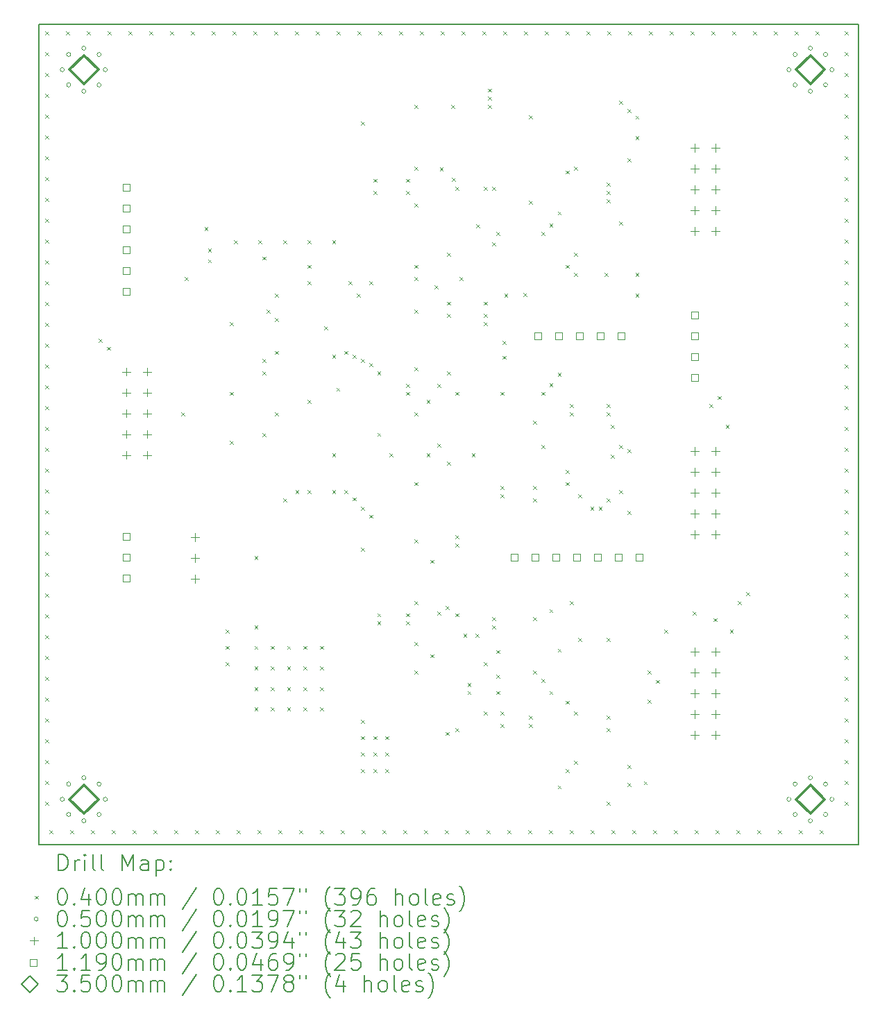
<source format=gbr>
%TF.GenerationSoftware,KiCad,Pcbnew,7.0.1*%
%TF.CreationDate,2023-04-18T17:18:08+02:00*%
%TF.ProjectId,Alexandrie,416c6578-616e-4647-9269-652e6b696361,rev?*%
%TF.SameCoordinates,Original*%
%TF.FileFunction,Drillmap*%
%TF.FilePolarity,Positive*%
%FSLAX45Y45*%
G04 Gerber Fmt 4.5, Leading zero omitted, Abs format (unit mm)*
G04 Created by KiCad (PCBNEW 7.0.1) date 2023-04-18 17:18:08*
%MOMM*%
%LPD*%
G01*
G04 APERTURE LIST*
%ADD10C,0.150000*%
%ADD11C,0.200000*%
%ADD12C,0.040000*%
%ADD13C,0.050000*%
%ADD14C,0.100000*%
%ADD15C,0.119000*%
%ADD16C,0.350000*%
G04 APERTURE END LIST*
D10*
X8250000Y-5250000D02*
X8250000Y-15250000D01*
X18250000Y-5250000D02*
X8250000Y-5250000D01*
X18250000Y-15250000D02*
X18250000Y-5250000D01*
X8250000Y-15250000D02*
X18250000Y-15250000D01*
D11*
D12*
X8330000Y-5330000D02*
X8370000Y-5370000D01*
X8370000Y-5330000D02*
X8330000Y-5370000D01*
X8330000Y-5584000D02*
X8370000Y-5624000D01*
X8370000Y-5584000D02*
X8330000Y-5624000D01*
X8330000Y-5838000D02*
X8370000Y-5878000D01*
X8370000Y-5838000D02*
X8330000Y-5878000D01*
X8330000Y-6092000D02*
X8370000Y-6132000D01*
X8370000Y-6092000D02*
X8330000Y-6132000D01*
X8330000Y-6346000D02*
X8370000Y-6386000D01*
X8370000Y-6346000D02*
X8330000Y-6386000D01*
X8330000Y-6600000D02*
X8370000Y-6640000D01*
X8370000Y-6600000D02*
X8330000Y-6640000D01*
X8330000Y-6854000D02*
X8370000Y-6894000D01*
X8370000Y-6854000D02*
X8330000Y-6894000D01*
X8330000Y-7108000D02*
X8370000Y-7148000D01*
X8370000Y-7108000D02*
X8330000Y-7148000D01*
X8330000Y-7362000D02*
X8370000Y-7402000D01*
X8370000Y-7362000D02*
X8330000Y-7402000D01*
X8330000Y-7616000D02*
X8370000Y-7656000D01*
X8370000Y-7616000D02*
X8330000Y-7656000D01*
X8330000Y-7870000D02*
X8370000Y-7910000D01*
X8370000Y-7870000D02*
X8330000Y-7910000D01*
X8330000Y-8124000D02*
X8370000Y-8164000D01*
X8370000Y-8124000D02*
X8330000Y-8164000D01*
X8330000Y-8378000D02*
X8370000Y-8418000D01*
X8370000Y-8378000D02*
X8330000Y-8418000D01*
X8330000Y-8632000D02*
X8370000Y-8672000D01*
X8370000Y-8632000D02*
X8330000Y-8672000D01*
X8330000Y-8886000D02*
X8370000Y-8926000D01*
X8370000Y-8886000D02*
X8330000Y-8926000D01*
X8330000Y-9140000D02*
X8370000Y-9180000D01*
X8370000Y-9140000D02*
X8330000Y-9180000D01*
X8330000Y-9394000D02*
X8370000Y-9434000D01*
X8370000Y-9394000D02*
X8330000Y-9434000D01*
X8330000Y-9648000D02*
X8370000Y-9688000D01*
X8370000Y-9648000D02*
X8330000Y-9688000D01*
X8330000Y-9902000D02*
X8370000Y-9942000D01*
X8370000Y-9902000D02*
X8330000Y-9942000D01*
X8330000Y-10156000D02*
X8370000Y-10196000D01*
X8370000Y-10156000D02*
X8330000Y-10196000D01*
X8330000Y-10410000D02*
X8370000Y-10450000D01*
X8370000Y-10410000D02*
X8330000Y-10450000D01*
X8330000Y-10664000D02*
X8370000Y-10704000D01*
X8370000Y-10664000D02*
X8330000Y-10704000D01*
X8330000Y-10918000D02*
X8370000Y-10958000D01*
X8370000Y-10918000D02*
X8330000Y-10958000D01*
X8330000Y-11172000D02*
X8370000Y-11212000D01*
X8370000Y-11172000D02*
X8330000Y-11212000D01*
X8330000Y-11426000D02*
X8370000Y-11466000D01*
X8370000Y-11426000D02*
X8330000Y-11466000D01*
X8330000Y-11680000D02*
X8370000Y-11720000D01*
X8370000Y-11680000D02*
X8330000Y-11720000D01*
X8330000Y-11934000D02*
X8370000Y-11974000D01*
X8370000Y-11934000D02*
X8330000Y-11974000D01*
X8330000Y-12188000D02*
X8370000Y-12228000D01*
X8370000Y-12188000D02*
X8330000Y-12228000D01*
X8330000Y-12442000D02*
X8370000Y-12482000D01*
X8370000Y-12442000D02*
X8330000Y-12482000D01*
X8330000Y-12696000D02*
X8370000Y-12736000D01*
X8370000Y-12696000D02*
X8330000Y-12736000D01*
X8330000Y-12950000D02*
X8370000Y-12990000D01*
X8370000Y-12950000D02*
X8330000Y-12990000D01*
X8330000Y-13204000D02*
X8370000Y-13244000D01*
X8370000Y-13204000D02*
X8330000Y-13244000D01*
X8330000Y-13458000D02*
X8370000Y-13498000D01*
X8370000Y-13458000D02*
X8330000Y-13498000D01*
X8330000Y-13712000D02*
X8370000Y-13752000D01*
X8370000Y-13712000D02*
X8330000Y-13752000D01*
X8330000Y-13966000D02*
X8370000Y-14006000D01*
X8370000Y-13966000D02*
X8330000Y-14006000D01*
X8330000Y-14220000D02*
X8370000Y-14260000D01*
X8370000Y-14220000D02*
X8330000Y-14260000D01*
X8330000Y-14474000D02*
X8370000Y-14514000D01*
X8370000Y-14474000D02*
X8330000Y-14514000D01*
X8330000Y-14728000D02*
X8370000Y-14768000D01*
X8370000Y-14728000D02*
X8330000Y-14768000D01*
X8380000Y-15080000D02*
X8420000Y-15120000D01*
X8420000Y-15080000D02*
X8380000Y-15120000D01*
X8584000Y-5330000D02*
X8624000Y-5370000D01*
X8624000Y-5330000D02*
X8584000Y-5370000D01*
X8634000Y-15080000D02*
X8674000Y-15120000D01*
X8674000Y-15080000D02*
X8634000Y-15120000D01*
X8838000Y-5330000D02*
X8878000Y-5370000D01*
X8878000Y-5330000D02*
X8838000Y-5370000D01*
X8888000Y-15080000D02*
X8928000Y-15120000D01*
X8928000Y-15080000D02*
X8888000Y-15120000D01*
X8980000Y-9080000D02*
X9020000Y-9120000D01*
X9020000Y-9080000D02*
X8980000Y-9120000D01*
X9080000Y-9180000D02*
X9120000Y-9220000D01*
X9120000Y-9180000D02*
X9080000Y-9220000D01*
X9092000Y-5330000D02*
X9132000Y-5370000D01*
X9132000Y-5330000D02*
X9092000Y-5370000D01*
X9142000Y-15080000D02*
X9182000Y-15120000D01*
X9182000Y-15080000D02*
X9142000Y-15120000D01*
X9346000Y-5330000D02*
X9386000Y-5370000D01*
X9386000Y-5330000D02*
X9346000Y-5370000D01*
X9396000Y-15080000D02*
X9436000Y-15120000D01*
X9436000Y-15080000D02*
X9396000Y-15120000D01*
X9600000Y-5330000D02*
X9640000Y-5370000D01*
X9640000Y-5330000D02*
X9600000Y-5370000D01*
X9650000Y-15080000D02*
X9690000Y-15120000D01*
X9690000Y-15080000D02*
X9650000Y-15120000D01*
X9854000Y-5330000D02*
X9894000Y-5370000D01*
X9894000Y-5330000D02*
X9854000Y-5370000D01*
X9904000Y-15080000D02*
X9944000Y-15120000D01*
X9944000Y-15080000D02*
X9904000Y-15120000D01*
X9984900Y-9980000D02*
X10024900Y-10020000D01*
X10024900Y-9980000D02*
X9984900Y-10020000D01*
X10030000Y-8330000D02*
X10070000Y-8370000D01*
X10070000Y-8330000D02*
X10030000Y-8370000D01*
X10108000Y-5330000D02*
X10148000Y-5370000D01*
X10148000Y-5330000D02*
X10108000Y-5370000D01*
X10158000Y-15080000D02*
X10198000Y-15120000D01*
X10198000Y-15080000D02*
X10158000Y-15120000D01*
X10272000Y-7722000D02*
X10312000Y-7762000D01*
X10312000Y-7722000D02*
X10272000Y-7762000D01*
X10313750Y-7980000D02*
X10353750Y-8020000D01*
X10353750Y-7980000D02*
X10313750Y-8020000D01*
X10313750Y-8113750D02*
X10353750Y-8153750D01*
X10353750Y-8113750D02*
X10313750Y-8153750D01*
X10362000Y-5330000D02*
X10402000Y-5370000D01*
X10402000Y-5330000D02*
X10362000Y-5370000D01*
X10412000Y-15080000D02*
X10452000Y-15120000D01*
X10452000Y-15080000D02*
X10412000Y-15120000D01*
X10530000Y-12630000D02*
X10570000Y-12670000D01*
X10570000Y-12630000D02*
X10530000Y-12670000D01*
X10530000Y-12830000D02*
X10570000Y-12870000D01*
X10570000Y-12830000D02*
X10530000Y-12870000D01*
X10530000Y-13030000D02*
X10570000Y-13070000D01*
X10570000Y-13030000D02*
X10530000Y-13070000D01*
X10580000Y-8880000D02*
X10620000Y-8920000D01*
X10620000Y-8880000D02*
X10580000Y-8920000D01*
X10580000Y-9730000D02*
X10620000Y-9770000D01*
X10620000Y-9730000D02*
X10580000Y-9770000D01*
X10580000Y-10330000D02*
X10620000Y-10370000D01*
X10620000Y-10330000D02*
X10580000Y-10370000D01*
X10616000Y-5330000D02*
X10656000Y-5370000D01*
X10656000Y-5330000D02*
X10616000Y-5370000D01*
X10630000Y-7880000D02*
X10670000Y-7920000D01*
X10670000Y-7880000D02*
X10630000Y-7920000D01*
X10666000Y-15080000D02*
X10706000Y-15120000D01*
X10706000Y-15080000D02*
X10666000Y-15120000D01*
X10870000Y-5330000D02*
X10910000Y-5370000D01*
X10910000Y-5330000D02*
X10870000Y-5370000D01*
X10880000Y-11730000D02*
X10920000Y-11770000D01*
X10920000Y-11730000D02*
X10880000Y-11770000D01*
X10880000Y-12580000D02*
X10920000Y-12620000D01*
X10920000Y-12580000D02*
X10880000Y-12620000D01*
X10880000Y-12830000D02*
X10920000Y-12870000D01*
X10920000Y-12830000D02*
X10880000Y-12870000D01*
X10880000Y-13080000D02*
X10920000Y-13120000D01*
X10920000Y-13080000D02*
X10880000Y-13120000D01*
X10880000Y-13330000D02*
X10920000Y-13370000D01*
X10920000Y-13330000D02*
X10880000Y-13370000D01*
X10880000Y-13580000D02*
X10920000Y-13620000D01*
X10920000Y-13580000D02*
X10880000Y-13620000D01*
X10920000Y-15080000D02*
X10960000Y-15120000D01*
X10960000Y-15080000D02*
X10920000Y-15120000D01*
X10930000Y-7880000D02*
X10970000Y-7920000D01*
X10970000Y-7880000D02*
X10930000Y-7920000D01*
X10976000Y-10234000D02*
X11016000Y-10274000D01*
X11016000Y-10234000D02*
X10976000Y-10274000D01*
X10980000Y-8080000D02*
X11020000Y-8120000D01*
X11020000Y-8080000D02*
X10980000Y-8120000D01*
X10980000Y-9330000D02*
X11020000Y-9370000D01*
X11020000Y-9330000D02*
X10980000Y-9370000D01*
X10980000Y-9480000D02*
X11020000Y-9520000D01*
X11020000Y-9480000D02*
X10980000Y-9520000D01*
X11030000Y-8730000D02*
X11070000Y-8770000D01*
X11070000Y-8730000D02*
X11030000Y-8770000D01*
X11080000Y-12830000D02*
X11120000Y-12870000D01*
X11120000Y-12830000D02*
X11080000Y-12870000D01*
X11080000Y-13080000D02*
X11120000Y-13120000D01*
X11120000Y-13080000D02*
X11080000Y-13120000D01*
X11080000Y-13330000D02*
X11120000Y-13370000D01*
X11120000Y-13330000D02*
X11080000Y-13370000D01*
X11080000Y-13580000D02*
X11120000Y-13620000D01*
X11120000Y-13580000D02*
X11080000Y-13620000D01*
X11124000Y-5330000D02*
X11164000Y-5370000D01*
X11164000Y-5330000D02*
X11124000Y-5370000D01*
X11130000Y-8530000D02*
X11170000Y-8570000D01*
X11170000Y-8530000D02*
X11130000Y-8570000D01*
X11130000Y-8830000D02*
X11170000Y-8870000D01*
X11170000Y-8830000D02*
X11130000Y-8870000D01*
X11130000Y-9230000D02*
X11170000Y-9270000D01*
X11170000Y-9230000D02*
X11130000Y-9270000D01*
X11130000Y-9980000D02*
X11170000Y-10020000D01*
X11170000Y-9980000D02*
X11130000Y-10020000D01*
X11174000Y-15080000D02*
X11214000Y-15120000D01*
X11214000Y-15080000D02*
X11174000Y-15120000D01*
X11230000Y-7880000D02*
X11270000Y-7920000D01*
X11270000Y-7880000D02*
X11230000Y-7920000D01*
X11230000Y-11030000D02*
X11270000Y-11070000D01*
X11270000Y-11030000D02*
X11230000Y-11070000D01*
X11280000Y-12830000D02*
X11320000Y-12870000D01*
X11320000Y-12830000D02*
X11280000Y-12870000D01*
X11280000Y-13080000D02*
X11320000Y-13120000D01*
X11320000Y-13080000D02*
X11280000Y-13120000D01*
X11280000Y-13330000D02*
X11320000Y-13370000D01*
X11320000Y-13330000D02*
X11280000Y-13370000D01*
X11280000Y-13580000D02*
X11320000Y-13620000D01*
X11320000Y-13580000D02*
X11280000Y-13620000D01*
X11378000Y-5330000D02*
X11418000Y-5370000D01*
X11418000Y-5330000D02*
X11378000Y-5370000D01*
X11380000Y-10930000D02*
X11420000Y-10970000D01*
X11420000Y-10930000D02*
X11380000Y-10970000D01*
X11428000Y-15080000D02*
X11468000Y-15120000D01*
X11468000Y-15080000D02*
X11428000Y-15120000D01*
X11480000Y-12830000D02*
X11520000Y-12870000D01*
X11520000Y-12830000D02*
X11480000Y-12870000D01*
X11480000Y-13080000D02*
X11520000Y-13120000D01*
X11520000Y-13080000D02*
X11480000Y-13120000D01*
X11480000Y-13330000D02*
X11520000Y-13370000D01*
X11520000Y-13330000D02*
X11480000Y-13370000D01*
X11480000Y-13580000D02*
X11520000Y-13620000D01*
X11520000Y-13580000D02*
X11480000Y-13620000D01*
X11530000Y-7880000D02*
X11570000Y-7920000D01*
X11570000Y-7880000D02*
X11530000Y-7920000D01*
X11530000Y-8180000D02*
X11570000Y-8220000D01*
X11570000Y-8180000D02*
X11530000Y-8220000D01*
X11530000Y-8380000D02*
X11570000Y-8420000D01*
X11570000Y-8380000D02*
X11530000Y-8420000D01*
X11530000Y-9830000D02*
X11570000Y-9870000D01*
X11570000Y-9830000D02*
X11530000Y-9870000D01*
X11530000Y-10930000D02*
X11570000Y-10970000D01*
X11570000Y-10930000D02*
X11530000Y-10970000D01*
X11632000Y-5330000D02*
X11672000Y-5370000D01*
X11672000Y-5330000D02*
X11632000Y-5370000D01*
X11680000Y-12830000D02*
X11720000Y-12870000D01*
X11720000Y-12830000D02*
X11680000Y-12870000D01*
X11680000Y-13080000D02*
X11720000Y-13120000D01*
X11720000Y-13080000D02*
X11680000Y-13120000D01*
X11680000Y-13330000D02*
X11720000Y-13370000D01*
X11720000Y-13330000D02*
X11680000Y-13370000D01*
X11680000Y-13580000D02*
X11720000Y-13620000D01*
X11720000Y-13580000D02*
X11680000Y-13620000D01*
X11682000Y-15080000D02*
X11722000Y-15120000D01*
X11722000Y-15080000D02*
X11682000Y-15120000D01*
X11730000Y-8930000D02*
X11770000Y-8970000D01*
X11770000Y-8930000D02*
X11730000Y-8970000D01*
X11830000Y-7880000D02*
X11870000Y-7920000D01*
X11870000Y-7880000D02*
X11830000Y-7920000D01*
X11830000Y-9280000D02*
X11870000Y-9320000D01*
X11870000Y-9280000D02*
X11830000Y-9320000D01*
X11830000Y-10480000D02*
X11870000Y-10520000D01*
X11870000Y-10480000D02*
X11830000Y-10520000D01*
X11830000Y-10930000D02*
X11870000Y-10970000D01*
X11870000Y-10930000D02*
X11830000Y-10970000D01*
X11880000Y-9680000D02*
X11920000Y-9720000D01*
X11920000Y-9680000D02*
X11880000Y-9720000D01*
X11886000Y-5330000D02*
X11926000Y-5370000D01*
X11926000Y-5330000D02*
X11886000Y-5370000D01*
X11936000Y-15080000D02*
X11976000Y-15120000D01*
X11976000Y-15080000D02*
X11936000Y-15120000D01*
X11980000Y-9230000D02*
X12020000Y-9270000D01*
X12020000Y-9230000D02*
X11980000Y-9270000D01*
X11980000Y-10930000D02*
X12020000Y-10970000D01*
X12020000Y-10930000D02*
X11980000Y-10970000D01*
X12030000Y-8380000D02*
X12070000Y-8420000D01*
X12070000Y-8380000D02*
X12030000Y-8420000D01*
X12080000Y-9280000D02*
X12120000Y-9320000D01*
X12120000Y-9280000D02*
X12080000Y-9320000D01*
X12080000Y-11016500D02*
X12120000Y-11056500D01*
X12120000Y-11016500D02*
X12080000Y-11056500D01*
X12130000Y-8530000D02*
X12170000Y-8570000D01*
X12170000Y-8530000D02*
X12130000Y-8570000D01*
X12140000Y-5330000D02*
X12180000Y-5370000D01*
X12180000Y-5330000D02*
X12140000Y-5370000D01*
X12180000Y-6430000D02*
X12220000Y-6470000D01*
X12220000Y-6430000D02*
X12180000Y-6470000D01*
X12180000Y-11630000D02*
X12220000Y-11670000D01*
X12220000Y-11630000D02*
X12180000Y-11670000D01*
X12180000Y-13730000D02*
X12220000Y-13770000D01*
X12220000Y-13730000D02*
X12180000Y-13770000D01*
X12180000Y-13930000D02*
X12220000Y-13970000D01*
X12220000Y-13930000D02*
X12180000Y-13970000D01*
X12180000Y-14130000D02*
X12220000Y-14170000D01*
X12220000Y-14130000D02*
X12180000Y-14170000D01*
X12180000Y-14330000D02*
X12220000Y-14370000D01*
X12220000Y-14330000D02*
X12180000Y-14370000D01*
X12180000Y-9330000D02*
X12220000Y-9370000D01*
X12220000Y-9330000D02*
X12180000Y-9370000D01*
X12180000Y-11130000D02*
X12220000Y-11170000D01*
X12220000Y-11130000D02*
X12180000Y-11170000D01*
X12190000Y-15080000D02*
X12230000Y-15120000D01*
X12230000Y-15080000D02*
X12190000Y-15120000D01*
X12280000Y-8380000D02*
X12320000Y-8420000D01*
X12320000Y-8380000D02*
X12280000Y-8420000D01*
X12280000Y-9380000D02*
X12320000Y-9420000D01*
X12320000Y-9380000D02*
X12280000Y-9420000D01*
X12280000Y-11230000D02*
X12320000Y-11270000D01*
X12320000Y-11230000D02*
X12280000Y-11270000D01*
X12330000Y-7130000D02*
X12370000Y-7170000D01*
X12370000Y-7130000D02*
X12330000Y-7170000D01*
X12330000Y-7280000D02*
X12370000Y-7320000D01*
X12370000Y-7280000D02*
X12330000Y-7320000D01*
X12330000Y-13930000D02*
X12370000Y-13970000D01*
X12370000Y-13930000D02*
X12330000Y-13970000D01*
X12330000Y-14130000D02*
X12370000Y-14170000D01*
X12370000Y-14130000D02*
X12330000Y-14170000D01*
X12330000Y-14330000D02*
X12370000Y-14370000D01*
X12370000Y-14330000D02*
X12330000Y-14370000D01*
X12380000Y-9480000D02*
X12420000Y-9520000D01*
X12420000Y-9480000D02*
X12380000Y-9520000D01*
X12380000Y-10230000D02*
X12420000Y-10270000D01*
X12420000Y-10230000D02*
X12380000Y-10270000D01*
X12380000Y-12430000D02*
X12420000Y-12470000D01*
X12420000Y-12430000D02*
X12380000Y-12470000D01*
X12380000Y-12530000D02*
X12420000Y-12570000D01*
X12420000Y-12530000D02*
X12380000Y-12570000D01*
X12394000Y-5330000D02*
X12434000Y-5370000D01*
X12434000Y-5330000D02*
X12394000Y-5370000D01*
X12444000Y-15080000D02*
X12484000Y-15120000D01*
X12484000Y-15080000D02*
X12444000Y-15120000D01*
X12480000Y-13930000D02*
X12520000Y-13970000D01*
X12520000Y-13930000D02*
X12480000Y-13970000D01*
X12480000Y-14130000D02*
X12520000Y-14170000D01*
X12520000Y-14130000D02*
X12480000Y-14170000D01*
X12480000Y-14330000D02*
X12520000Y-14370000D01*
X12520000Y-14330000D02*
X12480000Y-14370000D01*
X12530000Y-10480000D02*
X12570000Y-10520000D01*
X12570000Y-10480000D02*
X12530000Y-10520000D01*
X12648000Y-5330000D02*
X12688000Y-5370000D01*
X12688000Y-5330000D02*
X12648000Y-5370000D01*
X12698000Y-15080000D02*
X12738000Y-15120000D01*
X12738000Y-15080000D02*
X12698000Y-15120000D01*
X12730000Y-7130000D02*
X12770000Y-7170000D01*
X12770000Y-7130000D02*
X12730000Y-7170000D01*
X12730000Y-7280000D02*
X12770000Y-7320000D01*
X12770000Y-7280000D02*
X12730000Y-7320000D01*
X12730000Y-9630000D02*
X12770000Y-9670000D01*
X12770000Y-9630000D02*
X12730000Y-9670000D01*
X12730000Y-9730000D02*
X12770000Y-9770000D01*
X12770000Y-9730000D02*
X12730000Y-9770000D01*
X12730000Y-12430000D02*
X12770000Y-12470000D01*
X12770000Y-12430000D02*
X12730000Y-12470000D01*
X12730000Y-12530000D02*
X12770000Y-12570000D01*
X12770000Y-12530000D02*
X12730000Y-12570000D01*
X12830000Y-6230000D02*
X12870000Y-6270000D01*
X12870000Y-6230000D02*
X12830000Y-6270000D01*
X12830000Y-6980000D02*
X12870000Y-7020000D01*
X12870000Y-6980000D02*
X12830000Y-7020000D01*
X12830000Y-7430000D02*
X12870000Y-7470000D01*
X12870000Y-7430000D02*
X12830000Y-7470000D01*
X12830000Y-8180000D02*
X12870000Y-8220000D01*
X12870000Y-8180000D02*
X12830000Y-8220000D01*
X12830000Y-8330000D02*
X12870000Y-8370000D01*
X12870000Y-8330000D02*
X12830000Y-8370000D01*
X12830000Y-8730000D02*
X12870000Y-8770000D01*
X12870000Y-8730000D02*
X12830000Y-8770000D01*
X12830000Y-9430000D02*
X12870000Y-9470000D01*
X12870000Y-9430000D02*
X12830000Y-9470000D01*
X12830000Y-9980000D02*
X12870000Y-10020000D01*
X12870000Y-9980000D02*
X12830000Y-10020000D01*
X12830000Y-10830000D02*
X12870000Y-10870000D01*
X12870000Y-10830000D02*
X12830000Y-10870000D01*
X12830000Y-11530000D02*
X12870000Y-11570000D01*
X12870000Y-11530000D02*
X12830000Y-11570000D01*
X12830000Y-12280000D02*
X12870000Y-12320000D01*
X12870000Y-12280000D02*
X12830000Y-12320000D01*
X12830000Y-12780000D02*
X12870000Y-12820000D01*
X12870000Y-12780000D02*
X12830000Y-12820000D01*
X12830000Y-13130000D02*
X12870000Y-13170000D01*
X12870000Y-13130000D02*
X12830000Y-13170000D01*
X12902000Y-5330000D02*
X12942000Y-5370000D01*
X12942000Y-5330000D02*
X12902000Y-5370000D01*
X12952000Y-15080000D02*
X12992000Y-15120000D01*
X12992000Y-15080000D02*
X12952000Y-15120000D01*
X12980000Y-9830000D02*
X13020000Y-9870000D01*
X13020000Y-9830000D02*
X12980000Y-9870000D01*
X12980000Y-10480000D02*
X13020000Y-10520000D01*
X13020000Y-10480000D02*
X12980000Y-10520000D01*
X13030000Y-11780000D02*
X13070000Y-11820000D01*
X13070000Y-11780000D02*
X13030000Y-11820000D01*
X13030000Y-12930000D02*
X13070000Y-12970000D01*
X13070000Y-12930000D02*
X13030000Y-12970000D01*
X13080000Y-8430000D02*
X13120000Y-8470000D01*
X13120000Y-8430000D02*
X13080000Y-8470000D01*
X13111000Y-9630000D02*
X13151000Y-9670000D01*
X13151000Y-9630000D02*
X13111000Y-9670000D01*
X13111000Y-10361000D02*
X13151000Y-10401000D01*
X13151000Y-10361000D02*
X13111000Y-10401000D01*
X13111000Y-12411000D02*
X13151000Y-12451000D01*
X13151000Y-12411000D02*
X13111000Y-12451000D01*
X13142000Y-6992000D02*
X13182000Y-7032000D01*
X13182000Y-6992000D02*
X13142000Y-7032000D01*
X13156000Y-5330000D02*
X13196000Y-5370000D01*
X13196000Y-5330000D02*
X13156000Y-5370000D01*
X13206000Y-15080000D02*
X13246000Y-15120000D01*
X13246000Y-15080000D02*
X13206000Y-15120000D01*
X13212500Y-12344550D02*
X13252500Y-12384550D01*
X13252500Y-12344550D02*
X13212500Y-12384550D01*
X13212500Y-13880000D02*
X13252500Y-13920000D01*
X13252500Y-13880000D02*
X13212500Y-13920000D01*
X13230000Y-8030000D02*
X13270000Y-8070000D01*
X13270000Y-8030000D02*
X13230000Y-8070000D01*
X13230000Y-8630000D02*
X13270000Y-8670000D01*
X13270000Y-8630000D02*
X13230000Y-8670000D01*
X13230000Y-8780000D02*
X13270000Y-8820000D01*
X13270000Y-8780000D02*
X13230000Y-8820000D01*
X13230000Y-9480000D02*
X13270000Y-9520000D01*
X13270000Y-9480000D02*
X13230000Y-9520000D01*
X13230000Y-10580000D02*
X13270000Y-10620000D01*
X13270000Y-10580000D02*
X13230000Y-10620000D01*
X13280000Y-6230000D02*
X13320000Y-6270000D01*
X13320000Y-6230000D02*
X13280000Y-6270000D01*
X13291000Y-7119000D02*
X13331000Y-7159000D01*
X13331000Y-7119000D02*
X13291000Y-7159000D01*
X13330000Y-13830000D02*
X13370000Y-13870000D01*
X13370000Y-13830000D02*
X13330000Y-13870000D01*
X13330000Y-7230000D02*
X13370000Y-7270000D01*
X13370000Y-7230000D02*
X13330000Y-7270000D01*
X13330000Y-9730000D02*
X13370000Y-9770000D01*
X13370000Y-9730000D02*
X13330000Y-9770000D01*
X13330000Y-11480000D02*
X13370000Y-11520000D01*
X13370000Y-11480000D02*
X13330000Y-11520000D01*
X13330000Y-11580000D02*
X13370000Y-11620000D01*
X13370000Y-11580000D02*
X13330000Y-11620000D01*
X13330000Y-12430000D02*
X13370000Y-12470000D01*
X13370000Y-12430000D02*
X13330000Y-12470000D01*
X13380000Y-8330000D02*
X13420000Y-8370000D01*
X13420000Y-8330000D02*
X13380000Y-8370000D01*
X13410000Y-5330000D02*
X13450000Y-5370000D01*
X13450000Y-5330000D02*
X13410000Y-5370000D01*
X13430000Y-12680000D02*
X13470000Y-12720000D01*
X13470000Y-12680000D02*
X13430000Y-12720000D01*
X13460000Y-15080000D02*
X13500000Y-15120000D01*
X13500000Y-15080000D02*
X13460000Y-15120000D01*
X13480000Y-13280000D02*
X13520000Y-13320000D01*
X13520000Y-13280000D02*
X13480000Y-13320000D01*
X13480000Y-13380000D02*
X13520000Y-13420000D01*
X13520000Y-13380000D02*
X13480000Y-13420000D01*
X13530000Y-10480000D02*
X13570000Y-10520000D01*
X13570000Y-10480000D02*
X13530000Y-10520000D01*
X13580000Y-12680000D02*
X13620000Y-12720000D01*
X13620000Y-12680000D02*
X13580000Y-12720000D01*
X13583750Y-7683750D02*
X13623750Y-7723750D01*
X13623750Y-7683750D02*
X13583750Y-7723750D01*
X13664000Y-5330000D02*
X13704000Y-5370000D01*
X13704000Y-5330000D02*
X13664000Y-5370000D01*
X13680000Y-7230000D02*
X13720000Y-7270000D01*
X13720000Y-7230000D02*
X13680000Y-7270000D01*
X13680000Y-8630000D02*
X13720000Y-8670000D01*
X13720000Y-8630000D02*
X13680000Y-8670000D01*
X13680000Y-8780000D02*
X13720000Y-8820000D01*
X13720000Y-8780000D02*
X13680000Y-8820000D01*
X13680000Y-8880000D02*
X13720000Y-8920000D01*
X13720000Y-8880000D02*
X13680000Y-8920000D01*
X13680000Y-13030000D02*
X13720000Y-13070000D01*
X13720000Y-13030000D02*
X13680000Y-13070000D01*
X13680000Y-13630000D02*
X13720000Y-13670000D01*
X13720000Y-13630000D02*
X13680000Y-13670000D01*
X13714000Y-15080000D02*
X13754000Y-15120000D01*
X13754000Y-15080000D02*
X13714000Y-15120000D01*
X13730000Y-6030000D02*
X13770000Y-6070000D01*
X13770000Y-6030000D02*
X13730000Y-6070000D01*
X13730000Y-6130000D02*
X13770000Y-6170000D01*
X13770000Y-6130000D02*
X13730000Y-6170000D01*
X13730000Y-6230000D02*
X13770000Y-6270000D01*
X13770000Y-6230000D02*
X13730000Y-6270000D01*
X13780000Y-7230000D02*
X13820000Y-7270000D01*
X13820000Y-7230000D02*
X13780000Y-7270000D01*
X13780000Y-7904500D02*
X13820000Y-7944500D01*
X13820000Y-7904500D02*
X13780000Y-7944500D01*
X13780000Y-12480000D02*
X13820000Y-12520000D01*
X13820000Y-12480000D02*
X13780000Y-12520000D01*
X13780000Y-12580000D02*
X13820000Y-12620000D01*
X13820000Y-12580000D02*
X13780000Y-12620000D01*
X13830000Y-7780000D02*
X13870000Y-7820000D01*
X13870000Y-7780000D02*
X13830000Y-7820000D01*
X13830000Y-12880000D02*
X13870000Y-12920000D01*
X13870000Y-12880000D02*
X13830000Y-12920000D01*
X13830000Y-13180000D02*
X13870000Y-13220000D01*
X13870000Y-13180000D02*
X13830000Y-13220000D01*
X13830000Y-13380000D02*
X13870000Y-13420000D01*
X13870000Y-13380000D02*
X13830000Y-13420000D01*
X13880000Y-9730000D02*
X13920000Y-9770000D01*
X13920000Y-9730000D02*
X13880000Y-9770000D01*
X13880000Y-10880000D02*
X13920000Y-10920000D01*
X13920000Y-10880000D02*
X13880000Y-10920000D01*
X13880000Y-10980000D02*
X13920000Y-11020000D01*
X13920000Y-10980000D02*
X13880000Y-11020000D01*
X13880000Y-13630000D02*
X13920000Y-13670000D01*
X13920000Y-13630000D02*
X13880000Y-13670000D01*
X13880000Y-13780000D02*
X13920000Y-13820000D01*
X13920000Y-13780000D02*
X13880000Y-13820000D01*
X13906030Y-9110338D02*
X13946030Y-9150338D01*
X13946030Y-9110338D02*
X13906030Y-9150338D01*
X13909950Y-9290550D02*
X13949950Y-9330550D01*
X13949950Y-9290550D02*
X13909950Y-9330550D01*
X13918000Y-5330000D02*
X13958000Y-5370000D01*
X13958000Y-5330000D02*
X13918000Y-5370000D01*
X13930000Y-8530000D02*
X13970000Y-8570000D01*
X13970000Y-8530000D02*
X13930000Y-8570000D01*
X13968000Y-15080000D02*
X14008000Y-15120000D01*
X14008000Y-15080000D02*
X13968000Y-15120000D01*
X14159950Y-8520822D02*
X14199950Y-8560822D01*
X14199950Y-8520822D02*
X14159950Y-8560822D01*
X14172000Y-5330000D02*
X14212000Y-5370000D01*
X14212000Y-5330000D02*
X14172000Y-5370000D01*
X14222000Y-15080000D02*
X14262000Y-15120000D01*
X14262000Y-15080000D02*
X14222000Y-15120000D01*
X14230000Y-6357000D02*
X14270000Y-6397000D01*
X14270000Y-6357000D02*
X14230000Y-6397000D01*
X14230000Y-7396500D02*
X14270000Y-7436500D01*
X14270000Y-7396500D02*
X14230000Y-7436500D01*
X14230000Y-13680000D02*
X14270000Y-13720000D01*
X14270000Y-13680000D02*
X14230000Y-13720000D01*
X14230000Y-13780000D02*
X14270000Y-13820000D01*
X14270000Y-13780000D02*
X14230000Y-13820000D01*
X14280000Y-10080000D02*
X14320000Y-10120000D01*
X14320000Y-10080000D02*
X14280000Y-10120000D01*
X14280000Y-10880000D02*
X14320000Y-10920000D01*
X14320000Y-10880000D02*
X14280000Y-10920000D01*
X14280000Y-11030000D02*
X14320000Y-11070000D01*
X14320000Y-11030000D02*
X14280000Y-11070000D01*
X14280000Y-12480000D02*
X14320000Y-12520000D01*
X14320000Y-12480000D02*
X14280000Y-12520000D01*
X14280000Y-13130000D02*
X14320000Y-13170000D01*
X14320000Y-13130000D02*
X14280000Y-13170000D01*
X14380000Y-7780000D02*
X14420000Y-7820000D01*
X14420000Y-7780000D02*
X14380000Y-7820000D01*
X14380000Y-9730000D02*
X14420000Y-9770000D01*
X14420000Y-9730000D02*
X14380000Y-9770000D01*
X14380000Y-10380000D02*
X14420000Y-10420000D01*
X14420000Y-10380000D02*
X14380000Y-10420000D01*
X14380000Y-13230000D02*
X14420000Y-13270000D01*
X14420000Y-13230000D02*
X14380000Y-13270000D01*
X14426000Y-5330000D02*
X14466000Y-5370000D01*
X14466000Y-5330000D02*
X14426000Y-5370000D01*
X14476000Y-15080000D02*
X14516000Y-15120000D01*
X14516000Y-15080000D02*
X14476000Y-15120000D01*
X14480000Y-7680000D02*
X14520000Y-7720000D01*
X14520000Y-7680000D02*
X14480000Y-7720000D01*
X14480000Y-9624500D02*
X14520000Y-9664500D01*
X14520000Y-9624500D02*
X14480000Y-9664500D01*
X14480000Y-12380000D02*
X14520000Y-12420000D01*
X14520000Y-12380000D02*
X14480000Y-12420000D01*
X14480000Y-13380000D02*
X14520000Y-13420000D01*
X14520000Y-13380000D02*
X14480000Y-13420000D01*
X14580000Y-7530000D02*
X14620000Y-7570000D01*
X14620000Y-7530000D02*
X14580000Y-7570000D01*
X14580000Y-9497500D02*
X14620000Y-9537500D01*
X14620000Y-9497500D02*
X14580000Y-9537500D01*
X14580000Y-12862500D02*
X14620000Y-12902500D01*
X14620000Y-12862500D02*
X14580000Y-12902500D01*
X14580000Y-14530000D02*
X14620000Y-14570000D01*
X14620000Y-14530000D02*
X14580000Y-14570000D01*
X14680000Y-5330000D02*
X14720000Y-5370000D01*
X14720000Y-5330000D02*
X14680000Y-5370000D01*
X14680000Y-7030000D02*
X14720000Y-7070000D01*
X14720000Y-7030000D02*
X14680000Y-7070000D01*
X14680000Y-8180000D02*
X14720000Y-8220000D01*
X14720000Y-8180000D02*
X14680000Y-8220000D01*
X14680000Y-10680000D02*
X14720000Y-10720000D01*
X14720000Y-10680000D02*
X14680000Y-10720000D01*
X14680000Y-10830000D02*
X14720000Y-10870000D01*
X14720000Y-10830000D02*
X14680000Y-10870000D01*
X14680000Y-13497500D02*
X14720000Y-13537500D01*
X14720000Y-13497500D02*
X14680000Y-13537500D01*
X14680000Y-14330000D02*
X14720000Y-14370000D01*
X14720000Y-14330000D02*
X14680000Y-14370000D01*
X14730000Y-9880000D02*
X14770000Y-9920000D01*
X14770000Y-9880000D02*
X14730000Y-9920000D01*
X14730000Y-9980000D02*
X14770000Y-10020000D01*
X14770000Y-9980000D02*
X14730000Y-10020000D01*
X14730000Y-12280000D02*
X14770000Y-12320000D01*
X14770000Y-12280000D02*
X14730000Y-12320000D01*
X14730000Y-15080000D02*
X14770000Y-15120000D01*
X14770000Y-15080000D02*
X14730000Y-15120000D01*
X14780000Y-6980000D02*
X14820000Y-7020000D01*
X14820000Y-6980000D02*
X14780000Y-7020000D01*
X14780000Y-8030000D02*
X14820000Y-8070000D01*
X14820000Y-8030000D02*
X14780000Y-8070000D01*
X14780000Y-8280000D02*
X14820000Y-8320000D01*
X14820000Y-8280000D02*
X14780000Y-8320000D01*
X14780000Y-13630000D02*
X14820000Y-13670000D01*
X14820000Y-13630000D02*
X14780000Y-13670000D01*
X14780000Y-14230000D02*
X14820000Y-14270000D01*
X14820000Y-14230000D02*
X14780000Y-14270000D01*
X14830000Y-10980000D02*
X14870000Y-11020000D01*
X14870000Y-10980000D02*
X14830000Y-11020000D01*
X14830000Y-12730000D02*
X14870000Y-12770000D01*
X14870000Y-12730000D02*
X14830000Y-12770000D01*
X14934000Y-5330000D02*
X14974000Y-5370000D01*
X14974000Y-5330000D02*
X14934000Y-5370000D01*
X14980000Y-11130000D02*
X15020000Y-11170000D01*
X15020000Y-11130000D02*
X14980000Y-11170000D01*
X14984000Y-15080000D02*
X15024000Y-15120000D01*
X15024000Y-15080000D02*
X14984000Y-15120000D01*
X15080000Y-11130000D02*
X15120000Y-11170000D01*
X15120000Y-11130000D02*
X15080000Y-11170000D01*
X15155000Y-8280000D02*
X15195000Y-8320000D01*
X15195000Y-8280000D02*
X15155000Y-8320000D01*
X15180000Y-7180000D02*
X15220000Y-7220000D01*
X15220000Y-7180000D02*
X15180000Y-7220000D01*
X15180000Y-7280000D02*
X15220000Y-7320000D01*
X15220000Y-7280000D02*
X15180000Y-7320000D01*
X15180000Y-7380000D02*
X15220000Y-7420000D01*
X15220000Y-7380000D02*
X15180000Y-7420000D01*
X15180000Y-9880000D02*
X15220000Y-9920000D01*
X15220000Y-9880000D02*
X15180000Y-9920000D01*
X15180000Y-9980000D02*
X15220000Y-10020000D01*
X15220000Y-9980000D02*
X15180000Y-10020000D01*
X15180000Y-11030000D02*
X15220000Y-11070000D01*
X15220000Y-11030000D02*
X15180000Y-11070000D01*
X15180000Y-12730000D02*
X15220000Y-12770000D01*
X15220000Y-12730000D02*
X15180000Y-12770000D01*
X15180000Y-13680000D02*
X15220000Y-13720000D01*
X15220000Y-13680000D02*
X15180000Y-13720000D01*
X15180000Y-13830000D02*
X15220000Y-13870000D01*
X15220000Y-13830000D02*
X15180000Y-13870000D01*
X15180000Y-14730000D02*
X15220000Y-14770000D01*
X15220000Y-14730000D02*
X15180000Y-14770000D01*
X15188000Y-5330000D02*
X15228000Y-5370000D01*
X15228000Y-5330000D02*
X15188000Y-5370000D01*
X15230000Y-10130000D02*
X15270000Y-10170000D01*
X15270000Y-10130000D02*
X15230000Y-10170000D01*
X15230000Y-10493500D02*
X15270000Y-10533500D01*
X15270000Y-10493500D02*
X15230000Y-10533500D01*
X15238000Y-15080000D02*
X15278000Y-15120000D01*
X15278000Y-15080000D02*
X15238000Y-15120000D01*
X15330000Y-6180000D02*
X15370000Y-6220000D01*
X15370000Y-6180000D02*
X15330000Y-6220000D01*
X15330000Y-7650500D02*
X15370000Y-7690500D01*
X15370000Y-7650500D02*
X15330000Y-7690500D01*
X15330000Y-10380000D02*
X15370000Y-10420000D01*
X15370000Y-10380000D02*
X15330000Y-10420000D01*
X15330000Y-10930000D02*
X15370000Y-10970000D01*
X15370000Y-10930000D02*
X15330000Y-10970000D01*
X15429597Y-14500464D02*
X15469597Y-14540464D01*
X15469597Y-14500464D02*
X15429597Y-14540464D01*
X15430000Y-6280000D02*
X15470000Y-6320000D01*
X15470000Y-6280000D02*
X15430000Y-6320000D01*
X15430000Y-6880000D02*
X15470000Y-6920000D01*
X15470000Y-6880000D02*
X15430000Y-6920000D01*
X15430000Y-10430000D02*
X15470000Y-10470000D01*
X15470000Y-10430000D02*
X15430000Y-10470000D01*
X15430000Y-11180000D02*
X15470000Y-11220000D01*
X15470000Y-11180000D02*
X15430000Y-11220000D01*
X15430000Y-14280000D02*
X15470000Y-14320000D01*
X15470000Y-14280000D02*
X15430000Y-14320000D01*
X15442000Y-5330000D02*
X15482000Y-5370000D01*
X15482000Y-5330000D02*
X15442000Y-5370000D01*
X15492000Y-15080000D02*
X15532000Y-15120000D01*
X15532000Y-15080000D02*
X15492000Y-15120000D01*
X15530000Y-6359950D02*
X15570000Y-6399950D01*
X15570000Y-6359950D02*
X15530000Y-6399950D01*
X15530000Y-6611000D02*
X15570000Y-6651000D01*
X15570000Y-6611000D02*
X15530000Y-6651000D01*
X15530000Y-8280000D02*
X15570000Y-8320000D01*
X15570000Y-8280000D02*
X15530000Y-8320000D01*
X15530000Y-8530000D02*
X15570000Y-8570000D01*
X15570000Y-8530000D02*
X15530000Y-8570000D01*
X15630000Y-14480000D02*
X15670000Y-14520000D01*
X15670000Y-14480000D02*
X15630000Y-14520000D01*
X15680000Y-13130000D02*
X15720000Y-13170000D01*
X15720000Y-13130000D02*
X15680000Y-13170000D01*
X15680000Y-13488000D02*
X15720000Y-13528000D01*
X15720000Y-13488000D02*
X15680000Y-13528000D01*
X15696000Y-5330000D02*
X15736000Y-5370000D01*
X15736000Y-5330000D02*
X15696000Y-5370000D01*
X15746000Y-15080000D02*
X15786000Y-15120000D01*
X15786000Y-15080000D02*
X15746000Y-15120000D01*
X15780000Y-13243500D02*
X15820000Y-13283500D01*
X15820000Y-13243500D02*
X15780000Y-13283500D01*
X15880000Y-12630000D02*
X15920000Y-12670000D01*
X15920000Y-12630000D02*
X15880000Y-12670000D01*
X15950000Y-5330000D02*
X15990000Y-5370000D01*
X15990000Y-5330000D02*
X15950000Y-5370000D01*
X16000000Y-15080000D02*
X16040000Y-15120000D01*
X16040000Y-15080000D02*
X16000000Y-15120000D01*
X16204000Y-5330000D02*
X16244000Y-5370000D01*
X16244000Y-5330000D02*
X16204000Y-5370000D01*
X16230000Y-12409950D02*
X16270000Y-12449950D01*
X16270000Y-12409950D02*
X16230000Y-12449950D01*
X16254000Y-15080000D02*
X16294000Y-15120000D01*
X16294000Y-15080000D02*
X16254000Y-15120000D01*
X16430000Y-9880000D02*
X16470000Y-9920000D01*
X16470000Y-9880000D02*
X16430000Y-9920000D01*
X16458000Y-5330000D02*
X16498000Y-5370000D01*
X16498000Y-5330000D02*
X16458000Y-5370000D01*
X16480000Y-12489900D02*
X16520000Y-12529900D01*
X16520000Y-12489900D02*
X16480000Y-12529900D01*
X16508000Y-15080000D02*
X16548000Y-15120000D01*
X16548000Y-15080000D02*
X16508000Y-15120000D01*
X16530000Y-9780000D02*
X16570000Y-9820000D01*
X16570000Y-9780000D02*
X16530000Y-9820000D01*
X16630000Y-10130000D02*
X16670000Y-10170000D01*
X16670000Y-10130000D02*
X16630000Y-10170000D01*
X16680000Y-12630000D02*
X16720000Y-12670000D01*
X16720000Y-12630000D02*
X16680000Y-12670000D01*
X16712000Y-5330000D02*
X16752000Y-5370000D01*
X16752000Y-5330000D02*
X16712000Y-5370000D01*
X16762000Y-15080000D02*
X16802000Y-15120000D01*
X16802000Y-15080000D02*
X16762000Y-15120000D01*
X16780000Y-12280000D02*
X16820000Y-12320000D01*
X16820000Y-12280000D02*
X16780000Y-12320000D01*
X16880000Y-12170500D02*
X16920000Y-12210500D01*
X16920000Y-12170500D02*
X16880000Y-12210500D01*
X16966000Y-5330000D02*
X17006000Y-5370000D01*
X17006000Y-5330000D02*
X16966000Y-5370000D01*
X17016000Y-15080000D02*
X17056000Y-15120000D01*
X17056000Y-15080000D02*
X17016000Y-15120000D01*
X17220000Y-5330000D02*
X17260000Y-5370000D01*
X17260000Y-5330000D02*
X17220000Y-5370000D01*
X17270000Y-15080000D02*
X17310000Y-15120000D01*
X17310000Y-15080000D02*
X17270000Y-15120000D01*
X17474000Y-5330000D02*
X17514000Y-5370000D01*
X17514000Y-5330000D02*
X17474000Y-5370000D01*
X17524000Y-15080000D02*
X17564000Y-15120000D01*
X17564000Y-15080000D02*
X17524000Y-15120000D01*
X17728000Y-5330000D02*
X17768000Y-5370000D01*
X17768000Y-5330000D02*
X17728000Y-5370000D01*
X17778000Y-15080000D02*
X17818000Y-15120000D01*
X17818000Y-15080000D02*
X17778000Y-15120000D01*
X18080000Y-5330000D02*
X18120000Y-5370000D01*
X18120000Y-5330000D02*
X18080000Y-5370000D01*
X18080000Y-5584000D02*
X18120000Y-5624000D01*
X18120000Y-5584000D02*
X18080000Y-5624000D01*
X18080000Y-5838000D02*
X18120000Y-5878000D01*
X18120000Y-5838000D02*
X18080000Y-5878000D01*
X18080000Y-6092000D02*
X18120000Y-6132000D01*
X18120000Y-6092000D02*
X18080000Y-6132000D01*
X18080000Y-6346000D02*
X18120000Y-6386000D01*
X18120000Y-6346000D02*
X18080000Y-6386000D01*
X18080000Y-6600000D02*
X18120000Y-6640000D01*
X18120000Y-6600000D02*
X18080000Y-6640000D01*
X18080000Y-6854000D02*
X18120000Y-6894000D01*
X18120000Y-6854000D02*
X18080000Y-6894000D01*
X18080000Y-7108000D02*
X18120000Y-7148000D01*
X18120000Y-7108000D02*
X18080000Y-7148000D01*
X18080000Y-7362000D02*
X18120000Y-7402000D01*
X18120000Y-7362000D02*
X18080000Y-7402000D01*
X18080000Y-7616000D02*
X18120000Y-7656000D01*
X18120000Y-7616000D02*
X18080000Y-7656000D01*
X18080000Y-7870000D02*
X18120000Y-7910000D01*
X18120000Y-7870000D02*
X18080000Y-7910000D01*
X18080000Y-8124000D02*
X18120000Y-8164000D01*
X18120000Y-8124000D02*
X18080000Y-8164000D01*
X18080000Y-8378000D02*
X18120000Y-8418000D01*
X18120000Y-8378000D02*
X18080000Y-8418000D01*
X18080000Y-8632000D02*
X18120000Y-8672000D01*
X18120000Y-8632000D02*
X18080000Y-8672000D01*
X18080000Y-8886000D02*
X18120000Y-8926000D01*
X18120000Y-8886000D02*
X18080000Y-8926000D01*
X18080000Y-9140000D02*
X18120000Y-9180000D01*
X18120000Y-9140000D02*
X18080000Y-9180000D01*
X18080000Y-9394000D02*
X18120000Y-9434000D01*
X18120000Y-9394000D02*
X18080000Y-9434000D01*
X18080000Y-9648000D02*
X18120000Y-9688000D01*
X18120000Y-9648000D02*
X18080000Y-9688000D01*
X18080000Y-9902000D02*
X18120000Y-9942000D01*
X18120000Y-9902000D02*
X18080000Y-9942000D01*
X18080000Y-10156000D02*
X18120000Y-10196000D01*
X18120000Y-10156000D02*
X18080000Y-10196000D01*
X18080000Y-10410000D02*
X18120000Y-10450000D01*
X18120000Y-10410000D02*
X18080000Y-10450000D01*
X18080000Y-10664000D02*
X18120000Y-10704000D01*
X18120000Y-10664000D02*
X18080000Y-10704000D01*
X18080000Y-10918000D02*
X18120000Y-10958000D01*
X18120000Y-10918000D02*
X18080000Y-10958000D01*
X18080000Y-11172000D02*
X18120000Y-11212000D01*
X18120000Y-11172000D02*
X18080000Y-11212000D01*
X18080000Y-11426000D02*
X18120000Y-11466000D01*
X18120000Y-11426000D02*
X18080000Y-11466000D01*
X18080000Y-11680000D02*
X18120000Y-11720000D01*
X18120000Y-11680000D02*
X18080000Y-11720000D01*
X18080000Y-11934000D02*
X18120000Y-11974000D01*
X18120000Y-11934000D02*
X18080000Y-11974000D01*
X18080000Y-12188000D02*
X18120000Y-12228000D01*
X18120000Y-12188000D02*
X18080000Y-12228000D01*
X18080000Y-12442000D02*
X18120000Y-12482000D01*
X18120000Y-12442000D02*
X18080000Y-12482000D01*
X18080000Y-12696000D02*
X18120000Y-12736000D01*
X18120000Y-12696000D02*
X18080000Y-12736000D01*
X18080000Y-12950000D02*
X18120000Y-12990000D01*
X18120000Y-12950000D02*
X18080000Y-12990000D01*
X18080000Y-13204000D02*
X18120000Y-13244000D01*
X18120000Y-13204000D02*
X18080000Y-13244000D01*
X18080000Y-13458000D02*
X18120000Y-13498000D01*
X18120000Y-13458000D02*
X18080000Y-13498000D01*
X18080000Y-13712000D02*
X18120000Y-13752000D01*
X18120000Y-13712000D02*
X18080000Y-13752000D01*
X18080000Y-13966000D02*
X18120000Y-14006000D01*
X18120000Y-13966000D02*
X18080000Y-14006000D01*
X18080000Y-14220000D02*
X18120000Y-14260000D01*
X18120000Y-14220000D02*
X18080000Y-14260000D01*
X18080000Y-14474000D02*
X18120000Y-14514000D01*
X18120000Y-14474000D02*
X18080000Y-14514000D01*
X18080000Y-14728000D02*
X18120000Y-14768000D01*
X18120000Y-14728000D02*
X18080000Y-14768000D01*
D13*
X8562500Y-5800000D02*
G75*
G03*
X8562500Y-5800000I-25000J0D01*
G01*
X8562500Y-14700000D02*
G75*
G03*
X8562500Y-14700000I-25000J0D01*
G01*
X8639385Y-5614384D02*
G75*
G03*
X8639385Y-5614384I-25000J0D01*
G01*
X8639385Y-5985615D02*
G75*
G03*
X8639385Y-5985615I-25000J0D01*
G01*
X8639385Y-14514384D02*
G75*
G03*
X8639385Y-14514384I-25000J0D01*
G01*
X8639385Y-14885615D02*
G75*
G03*
X8639385Y-14885615I-25000J0D01*
G01*
X8825000Y-5537500D02*
G75*
G03*
X8825000Y-5537500I-25000J0D01*
G01*
X8825000Y-6062500D02*
G75*
G03*
X8825000Y-6062500I-25000J0D01*
G01*
X8825000Y-14437500D02*
G75*
G03*
X8825000Y-14437500I-25000J0D01*
G01*
X8825000Y-14962500D02*
G75*
G03*
X8825000Y-14962500I-25000J0D01*
G01*
X9010616Y-5614384D02*
G75*
G03*
X9010616Y-5614384I-25000J0D01*
G01*
X9010616Y-5985615D02*
G75*
G03*
X9010616Y-5985615I-25000J0D01*
G01*
X9010616Y-14514384D02*
G75*
G03*
X9010616Y-14514384I-25000J0D01*
G01*
X9010616Y-14885615D02*
G75*
G03*
X9010616Y-14885615I-25000J0D01*
G01*
X9087500Y-5800000D02*
G75*
G03*
X9087500Y-5800000I-25000J0D01*
G01*
X9087500Y-14700000D02*
G75*
G03*
X9087500Y-14700000I-25000J0D01*
G01*
X17425000Y-5800000D02*
G75*
G03*
X17425000Y-5800000I-25000J0D01*
G01*
X17425000Y-14700000D02*
G75*
G03*
X17425000Y-14700000I-25000J0D01*
G01*
X17501885Y-5614384D02*
G75*
G03*
X17501885Y-5614384I-25000J0D01*
G01*
X17501885Y-5985615D02*
G75*
G03*
X17501885Y-5985615I-25000J0D01*
G01*
X17501885Y-14514384D02*
G75*
G03*
X17501885Y-14514384I-25000J0D01*
G01*
X17501885Y-14885615D02*
G75*
G03*
X17501885Y-14885615I-25000J0D01*
G01*
X17687500Y-5537500D02*
G75*
G03*
X17687500Y-5537500I-25000J0D01*
G01*
X17687500Y-6062500D02*
G75*
G03*
X17687500Y-6062500I-25000J0D01*
G01*
X17687500Y-14437500D02*
G75*
G03*
X17687500Y-14437500I-25000J0D01*
G01*
X17687500Y-14962500D02*
G75*
G03*
X17687500Y-14962500I-25000J0D01*
G01*
X17873116Y-5614384D02*
G75*
G03*
X17873116Y-5614384I-25000J0D01*
G01*
X17873116Y-5985615D02*
G75*
G03*
X17873116Y-5985615I-25000J0D01*
G01*
X17873116Y-14514384D02*
G75*
G03*
X17873116Y-14514384I-25000J0D01*
G01*
X17873116Y-14885615D02*
G75*
G03*
X17873116Y-14885615I-25000J0D01*
G01*
X17950000Y-5800000D02*
G75*
G03*
X17950000Y-5800000I-25000J0D01*
G01*
X17950000Y-14700000D02*
G75*
G03*
X17950000Y-14700000I-25000J0D01*
G01*
D14*
X9317250Y-9434000D02*
X9317250Y-9534000D01*
X9267250Y-9484000D02*
X9367250Y-9484000D01*
X9317250Y-9688000D02*
X9317250Y-9788000D01*
X9267250Y-9738000D02*
X9367250Y-9738000D01*
X9317250Y-9942000D02*
X9317250Y-10042000D01*
X9267250Y-9992000D02*
X9367250Y-9992000D01*
X9317250Y-10196000D02*
X9317250Y-10296000D01*
X9267250Y-10246000D02*
X9367250Y-10246000D01*
X9317250Y-10450000D02*
X9317250Y-10550000D01*
X9267250Y-10500000D02*
X9367250Y-10500000D01*
X9571250Y-9434000D02*
X9571250Y-9534000D01*
X9521250Y-9484000D02*
X9621250Y-9484000D01*
X9571250Y-9688000D02*
X9571250Y-9788000D01*
X9521250Y-9738000D02*
X9621250Y-9738000D01*
X9571250Y-9942000D02*
X9571250Y-10042000D01*
X9521250Y-9992000D02*
X9621250Y-9992000D01*
X9571250Y-10196000D02*
X9571250Y-10296000D01*
X9521250Y-10246000D02*
X9621250Y-10246000D01*
X9571250Y-10450000D02*
X9571250Y-10550000D01*
X9521250Y-10500000D02*
X9621250Y-10500000D01*
X10153750Y-11450000D02*
X10153750Y-11550000D01*
X10103750Y-11500000D02*
X10203750Y-11500000D01*
X10153750Y-11704000D02*
X10153750Y-11804000D01*
X10103750Y-11754000D02*
X10203750Y-11754000D01*
X10153750Y-11958000D02*
X10153750Y-12058000D01*
X10103750Y-12008000D02*
X10203750Y-12008000D01*
X16250000Y-6700000D02*
X16250000Y-6800000D01*
X16200000Y-6750000D02*
X16300000Y-6750000D01*
X16250000Y-6954000D02*
X16250000Y-7054000D01*
X16200000Y-7004000D02*
X16300000Y-7004000D01*
X16250000Y-7208000D02*
X16250000Y-7308000D01*
X16200000Y-7258000D02*
X16300000Y-7258000D01*
X16250000Y-7462000D02*
X16250000Y-7562000D01*
X16200000Y-7512000D02*
X16300000Y-7512000D01*
X16250000Y-7716000D02*
X16250000Y-7816000D01*
X16200000Y-7766000D02*
X16300000Y-7766000D01*
X16250000Y-10400000D02*
X16250000Y-10500000D01*
X16200000Y-10450000D02*
X16300000Y-10450000D01*
X16250000Y-10654000D02*
X16250000Y-10754000D01*
X16200000Y-10704000D02*
X16300000Y-10704000D01*
X16250000Y-10908000D02*
X16250000Y-11008000D01*
X16200000Y-10958000D02*
X16300000Y-10958000D01*
X16250000Y-11162000D02*
X16250000Y-11262000D01*
X16200000Y-11212000D02*
X16300000Y-11212000D01*
X16250000Y-11416000D02*
X16250000Y-11516000D01*
X16200000Y-11466000D02*
X16300000Y-11466000D01*
X16250000Y-12850000D02*
X16250000Y-12950000D01*
X16200000Y-12900000D02*
X16300000Y-12900000D01*
X16250000Y-13104000D02*
X16250000Y-13204000D01*
X16200000Y-13154000D02*
X16300000Y-13154000D01*
X16250000Y-13358000D02*
X16250000Y-13458000D01*
X16200000Y-13408000D02*
X16300000Y-13408000D01*
X16250000Y-13612000D02*
X16250000Y-13712000D01*
X16200000Y-13662000D02*
X16300000Y-13662000D01*
X16250000Y-13866000D02*
X16250000Y-13966000D01*
X16200000Y-13916000D02*
X16300000Y-13916000D01*
X16504000Y-6700000D02*
X16504000Y-6800000D01*
X16454000Y-6750000D02*
X16554000Y-6750000D01*
X16504000Y-6954000D02*
X16504000Y-7054000D01*
X16454000Y-7004000D02*
X16554000Y-7004000D01*
X16504000Y-7208000D02*
X16504000Y-7308000D01*
X16454000Y-7258000D02*
X16554000Y-7258000D01*
X16504000Y-7462000D02*
X16504000Y-7562000D01*
X16454000Y-7512000D02*
X16554000Y-7512000D01*
X16504000Y-7716000D02*
X16504000Y-7816000D01*
X16454000Y-7766000D02*
X16554000Y-7766000D01*
X16504000Y-10400000D02*
X16504000Y-10500000D01*
X16454000Y-10450000D02*
X16554000Y-10450000D01*
X16504000Y-10654000D02*
X16504000Y-10754000D01*
X16454000Y-10704000D02*
X16554000Y-10704000D01*
X16504000Y-10908000D02*
X16504000Y-11008000D01*
X16454000Y-10958000D02*
X16554000Y-10958000D01*
X16504000Y-11162000D02*
X16504000Y-11262000D01*
X16454000Y-11212000D02*
X16554000Y-11212000D01*
X16504000Y-11416000D02*
X16504000Y-11516000D01*
X16454000Y-11466000D02*
X16554000Y-11466000D01*
X16504000Y-12850000D02*
X16504000Y-12950000D01*
X16454000Y-12900000D02*
X16554000Y-12900000D01*
X16504000Y-13104000D02*
X16504000Y-13204000D01*
X16454000Y-13154000D02*
X16554000Y-13154000D01*
X16504000Y-13358000D02*
X16504000Y-13458000D01*
X16454000Y-13408000D02*
X16554000Y-13408000D01*
X16504000Y-13612000D02*
X16504000Y-13712000D01*
X16454000Y-13662000D02*
X16554000Y-13662000D01*
X16504000Y-13866000D02*
X16504000Y-13966000D01*
X16454000Y-13916000D02*
X16554000Y-13916000D01*
D15*
X9363323Y-7276073D02*
X9363323Y-7191927D01*
X9279177Y-7191927D01*
X9279177Y-7276073D01*
X9363323Y-7276073D01*
X9363323Y-7530073D02*
X9363323Y-7445927D01*
X9279177Y-7445927D01*
X9279177Y-7530073D01*
X9363323Y-7530073D01*
X9363323Y-7784073D02*
X9363323Y-7699927D01*
X9279177Y-7699927D01*
X9279177Y-7784073D01*
X9363323Y-7784073D01*
X9363323Y-8038073D02*
X9363323Y-7953927D01*
X9279177Y-7953927D01*
X9279177Y-8038073D01*
X9363323Y-8038073D01*
X9363323Y-8292073D02*
X9363323Y-8207927D01*
X9279177Y-8207927D01*
X9279177Y-8292073D01*
X9363323Y-8292073D01*
X9363323Y-8546073D02*
X9363323Y-8461927D01*
X9279177Y-8461927D01*
X9279177Y-8546073D01*
X9363323Y-8546073D01*
X9363323Y-11538073D02*
X9363323Y-11453927D01*
X9279177Y-11453927D01*
X9279177Y-11538073D01*
X9363323Y-11538073D01*
X9363323Y-11792073D02*
X9363323Y-11707927D01*
X9279177Y-11707927D01*
X9279177Y-11792073D01*
X9363323Y-11792073D01*
X9363323Y-12046073D02*
X9363323Y-11961927D01*
X9279177Y-11961927D01*
X9279177Y-12046073D01*
X9363323Y-12046073D01*
X14092073Y-11792073D02*
X14092073Y-11707927D01*
X14007927Y-11707927D01*
X14007927Y-11792073D01*
X14092073Y-11792073D01*
X14346073Y-11792073D02*
X14346073Y-11707927D01*
X14261927Y-11707927D01*
X14261927Y-11792073D01*
X14346073Y-11792073D01*
X14384073Y-9092073D02*
X14384073Y-9007927D01*
X14299927Y-9007927D01*
X14299927Y-9092073D01*
X14384073Y-9092073D01*
X14600073Y-11792073D02*
X14600073Y-11707927D01*
X14515927Y-11707927D01*
X14515927Y-11792073D01*
X14600073Y-11792073D01*
X14638073Y-9092073D02*
X14638073Y-9007927D01*
X14553927Y-9007927D01*
X14553927Y-9092073D01*
X14638073Y-9092073D01*
X14854073Y-11792073D02*
X14854073Y-11707927D01*
X14769927Y-11707927D01*
X14769927Y-11792073D01*
X14854073Y-11792073D01*
X14892073Y-9092073D02*
X14892073Y-9007927D01*
X14807927Y-9007927D01*
X14807927Y-9092073D01*
X14892073Y-9092073D01*
X15108073Y-11792073D02*
X15108073Y-11707927D01*
X15023927Y-11707927D01*
X15023927Y-11792073D01*
X15108073Y-11792073D01*
X15146073Y-9092073D02*
X15146073Y-9007927D01*
X15061927Y-9007927D01*
X15061927Y-9092073D01*
X15146073Y-9092073D01*
X15362073Y-11792073D02*
X15362073Y-11707927D01*
X15277927Y-11707927D01*
X15277927Y-11792073D01*
X15362073Y-11792073D01*
X15400073Y-9092073D02*
X15400073Y-9007927D01*
X15315927Y-9007927D01*
X15315927Y-9092073D01*
X15400073Y-9092073D01*
X15616073Y-11792073D02*
X15616073Y-11707927D01*
X15531927Y-11707927D01*
X15531927Y-11792073D01*
X15616073Y-11792073D01*
X16292073Y-8834073D02*
X16292073Y-8749927D01*
X16207927Y-8749927D01*
X16207927Y-8834073D01*
X16292073Y-8834073D01*
X16292073Y-9088073D02*
X16292073Y-9003927D01*
X16207927Y-9003927D01*
X16207927Y-9088073D01*
X16292073Y-9088073D01*
X16292073Y-9342073D02*
X16292073Y-9257927D01*
X16207927Y-9257927D01*
X16207927Y-9342073D01*
X16292073Y-9342073D01*
X16292073Y-9596073D02*
X16292073Y-9511927D01*
X16207927Y-9511927D01*
X16207927Y-9596073D01*
X16292073Y-9596073D01*
D16*
X8800000Y-5975000D02*
X8975000Y-5800000D01*
X8800000Y-5625000D01*
X8625000Y-5800000D01*
X8800000Y-5975000D01*
X8800000Y-14875000D02*
X8975000Y-14700000D01*
X8800000Y-14525000D01*
X8625000Y-14700000D01*
X8800000Y-14875000D01*
X17662500Y-5975000D02*
X17837500Y-5800000D01*
X17662500Y-5625000D01*
X17487500Y-5800000D01*
X17662500Y-5975000D01*
X17662500Y-14875000D02*
X17837500Y-14700000D01*
X17662500Y-14525000D01*
X17487500Y-14700000D01*
X17662500Y-14875000D01*
D11*
X8490119Y-15570024D02*
X8490119Y-15370024D01*
X8490119Y-15370024D02*
X8537738Y-15370024D01*
X8537738Y-15370024D02*
X8566310Y-15379548D01*
X8566310Y-15379548D02*
X8585357Y-15398595D01*
X8585357Y-15398595D02*
X8594881Y-15417643D01*
X8594881Y-15417643D02*
X8604405Y-15455738D01*
X8604405Y-15455738D02*
X8604405Y-15484309D01*
X8604405Y-15484309D02*
X8594881Y-15522405D01*
X8594881Y-15522405D02*
X8585357Y-15541452D01*
X8585357Y-15541452D02*
X8566310Y-15560500D01*
X8566310Y-15560500D02*
X8537738Y-15570024D01*
X8537738Y-15570024D02*
X8490119Y-15570024D01*
X8690119Y-15570024D02*
X8690119Y-15436690D01*
X8690119Y-15474786D02*
X8699643Y-15455738D01*
X8699643Y-15455738D02*
X8709167Y-15446214D01*
X8709167Y-15446214D02*
X8728214Y-15436690D01*
X8728214Y-15436690D02*
X8747262Y-15436690D01*
X8813929Y-15570024D02*
X8813929Y-15436690D01*
X8813929Y-15370024D02*
X8804405Y-15379548D01*
X8804405Y-15379548D02*
X8813929Y-15389071D01*
X8813929Y-15389071D02*
X8823452Y-15379548D01*
X8823452Y-15379548D02*
X8813929Y-15370024D01*
X8813929Y-15370024D02*
X8813929Y-15389071D01*
X8937738Y-15570024D02*
X8918690Y-15560500D01*
X8918690Y-15560500D02*
X8909167Y-15541452D01*
X8909167Y-15541452D02*
X8909167Y-15370024D01*
X9042500Y-15570024D02*
X9023452Y-15560500D01*
X9023452Y-15560500D02*
X9013929Y-15541452D01*
X9013929Y-15541452D02*
X9013929Y-15370024D01*
X9271071Y-15570024D02*
X9271071Y-15370024D01*
X9271071Y-15370024D02*
X9337738Y-15512881D01*
X9337738Y-15512881D02*
X9404405Y-15370024D01*
X9404405Y-15370024D02*
X9404405Y-15570024D01*
X9585357Y-15570024D02*
X9585357Y-15465262D01*
X9585357Y-15465262D02*
X9575833Y-15446214D01*
X9575833Y-15446214D02*
X9556786Y-15436690D01*
X9556786Y-15436690D02*
X9518690Y-15436690D01*
X9518690Y-15436690D02*
X9499643Y-15446214D01*
X9585357Y-15560500D02*
X9566310Y-15570024D01*
X9566310Y-15570024D02*
X9518690Y-15570024D01*
X9518690Y-15570024D02*
X9499643Y-15560500D01*
X9499643Y-15560500D02*
X9490119Y-15541452D01*
X9490119Y-15541452D02*
X9490119Y-15522405D01*
X9490119Y-15522405D02*
X9499643Y-15503357D01*
X9499643Y-15503357D02*
X9518690Y-15493833D01*
X9518690Y-15493833D02*
X9566310Y-15493833D01*
X9566310Y-15493833D02*
X9585357Y-15484309D01*
X9680595Y-15436690D02*
X9680595Y-15636690D01*
X9680595Y-15446214D02*
X9699643Y-15436690D01*
X9699643Y-15436690D02*
X9737738Y-15436690D01*
X9737738Y-15436690D02*
X9756786Y-15446214D01*
X9756786Y-15446214D02*
X9766310Y-15455738D01*
X9766310Y-15455738D02*
X9775833Y-15474786D01*
X9775833Y-15474786D02*
X9775833Y-15531928D01*
X9775833Y-15531928D02*
X9766310Y-15550976D01*
X9766310Y-15550976D02*
X9756786Y-15560500D01*
X9756786Y-15560500D02*
X9737738Y-15570024D01*
X9737738Y-15570024D02*
X9699643Y-15570024D01*
X9699643Y-15570024D02*
X9680595Y-15560500D01*
X9861548Y-15550976D02*
X9871071Y-15560500D01*
X9871071Y-15560500D02*
X9861548Y-15570024D01*
X9861548Y-15570024D02*
X9852024Y-15560500D01*
X9852024Y-15560500D02*
X9861548Y-15550976D01*
X9861548Y-15550976D02*
X9861548Y-15570024D01*
X9861548Y-15446214D02*
X9871071Y-15455738D01*
X9871071Y-15455738D02*
X9861548Y-15465262D01*
X9861548Y-15465262D02*
X9852024Y-15455738D01*
X9852024Y-15455738D02*
X9861548Y-15446214D01*
X9861548Y-15446214D02*
X9861548Y-15465262D01*
D12*
X8202500Y-15877500D02*
X8242500Y-15917500D01*
X8242500Y-15877500D02*
X8202500Y-15917500D01*
D11*
X8528214Y-15790024D02*
X8547262Y-15790024D01*
X8547262Y-15790024D02*
X8566310Y-15799548D01*
X8566310Y-15799548D02*
X8575833Y-15809071D01*
X8575833Y-15809071D02*
X8585357Y-15828119D01*
X8585357Y-15828119D02*
X8594881Y-15866214D01*
X8594881Y-15866214D02*
X8594881Y-15913833D01*
X8594881Y-15913833D02*
X8585357Y-15951928D01*
X8585357Y-15951928D02*
X8575833Y-15970976D01*
X8575833Y-15970976D02*
X8566310Y-15980500D01*
X8566310Y-15980500D02*
X8547262Y-15990024D01*
X8547262Y-15990024D02*
X8528214Y-15990024D01*
X8528214Y-15990024D02*
X8509167Y-15980500D01*
X8509167Y-15980500D02*
X8499643Y-15970976D01*
X8499643Y-15970976D02*
X8490119Y-15951928D01*
X8490119Y-15951928D02*
X8480595Y-15913833D01*
X8480595Y-15913833D02*
X8480595Y-15866214D01*
X8480595Y-15866214D02*
X8490119Y-15828119D01*
X8490119Y-15828119D02*
X8499643Y-15809071D01*
X8499643Y-15809071D02*
X8509167Y-15799548D01*
X8509167Y-15799548D02*
X8528214Y-15790024D01*
X8680595Y-15970976D02*
X8690119Y-15980500D01*
X8690119Y-15980500D02*
X8680595Y-15990024D01*
X8680595Y-15990024D02*
X8671071Y-15980500D01*
X8671071Y-15980500D02*
X8680595Y-15970976D01*
X8680595Y-15970976D02*
X8680595Y-15990024D01*
X8861548Y-15856690D02*
X8861548Y-15990024D01*
X8813929Y-15780500D02*
X8766310Y-15923357D01*
X8766310Y-15923357D02*
X8890119Y-15923357D01*
X9004405Y-15790024D02*
X9023452Y-15790024D01*
X9023452Y-15790024D02*
X9042500Y-15799548D01*
X9042500Y-15799548D02*
X9052024Y-15809071D01*
X9052024Y-15809071D02*
X9061548Y-15828119D01*
X9061548Y-15828119D02*
X9071071Y-15866214D01*
X9071071Y-15866214D02*
X9071071Y-15913833D01*
X9071071Y-15913833D02*
X9061548Y-15951928D01*
X9061548Y-15951928D02*
X9052024Y-15970976D01*
X9052024Y-15970976D02*
X9042500Y-15980500D01*
X9042500Y-15980500D02*
X9023452Y-15990024D01*
X9023452Y-15990024D02*
X9004405Y-15990024D01*
X9004405Y-15990024D02*
X8985357Y-15980500D01*
X8985357Y-15980500D02*
X8975833Y-15970976D01*
X8975833Y-15970976D02*
X8966310Y-15951928D01*
X8966310Y-15951928D02*
X8956786Y-15913833D01*
X8956786Y-15913833D02*
X8956786Y-15866214D01*
X8956786Y-15866214D02*
X8966310Y-15828119D01*
X8966310Y-15828119D02*
X8975833Y-15809071D01*
X8975833Y-15809071D02*
X8985357Y-15799548D01*
X8985357Y-15799548D02*
X9004405Y-15790024D01*
X9194881Y-15790024D02*
X9213929Y-15790024D01*
X9213929Y-15790024D02*
X9232976Y-15799548D01*
X9232976Y-15799548D02*
X9242500Y-15809071D01*
X9242500Y-15809071D02*
X9252024Y-15828119D01*
X9252024Y-15828119D02*
X9261548Y-15866214D01*
X9261548Y-15866214D02*
X9261548Y-15913833D01*
X9261548Y-15913833D02*
X9252024Y-15951928D01*
X9252024Y-15951928D02*
X9242500Y-15970976D01*
X9242500Y-15970976D02*
X9232976Y-15980500D01*
X9232976Y-15980500D02*
X9213929Y-15990024D01*
X9213929Y-15990024D02*
X9194881Y-15990024D01*
X9194881Y-15990024D02*
X9175833Y-15980500D01*
X9175833Y-15980500D02*
X9166310Y-15970976D01*
X9166310Y-15970976D02*
X9156786Y-15951928D01*
X9156786Y-15951928D02*
X9147262Y-15913833D01*
X9147262Y-15913833D02*
X9147262Y-15866214D01*
X9147262Y-15866214D02*
X9156786Y-15828119D01*
X9156786Y-15828119D02*
X9166310Y-15809071D01*
X9166310Y-15809071D02*
X9175833Y-15799548D01*
X9175833Y-15799548D02*
X9194881Y-15790024D01*
X9347262Y-15990024D02*
X9347262Y-15856690D01*
X9347262Y-15875738D02*
X9356786Y-15866214D01*
X9356786Y-15866214D02*
X9375833Y-15856690D01*
X9375833Y-15856690D02*
X9404405Y-15856690D01*
X9404405Y-15856690D02*
X9423452Y-15866214D01*
X9423452Y-15866214D02*
X9432976Y-15885262D01*
X9432976Y-15885262D02*
X9432976Y-15990024D01*
X9432976Y-15885262D02*
X9442500Y-15866214D01*
X9442500Y-15866214D02*
X9461548Y-15856690D01*
X9461548Y-15856690D02*
X9490119Y-15856690D01*
X9490119Y-15856690D02*
X9509167Y-15866214D01*
X9509167Y-15866214D02*
X9518691Y-15885262D01*
X9518691Y-15885262D02*
X9518691Y-15990024D01*
X9613929Y-15990024D02*
X9613929Y-15856690D01*
X9613929Y-15875738D02*
X9623452Y-15866214D01*
X9623452Y-15866214D02*
X9642500Y-15856690D01*
X9642500Y-15856690D02*
X9671072Y-15856690D01*
X9671072Y-15856690D02*
X9690119Y-15866214D01*
X9690119Y-15866214D02*
X9699643Y-15885262D01*
X9699643Y-15885262D02*
X9699643Y-15990024D01*
X9699643Y-15885262D02*
X9709167Y-15866214D01*
X9709167Y-15866214D02*
X9728214Y-15856690D01*
X9728214Y-15856690D02*
X9756786Y-15856690D01*
X9756786Y-15856690D02*
X9775833Y-15866214D01*
X9775833Y-15866214D02*
X9785357Y-15885262D01*
X9785357Y-15885262D02*
X9785357Y-15990024D01*
X10175833Y-15780500D02*
X10004405Y-16037643D01*
X10432976Y-15790024D02*
X10452024Y-15790024D01*
X10452024Y-15790024D02*
X10471072Y-15799548D01*
X10471072Y-15799548D02*
X10480595Y-15809071D01*
X10480595Y-15809071D02*
X10490119Y-15828119D01*
X10490119Y-15828119D02*
X10499643Y-15866214D01*
X10499643Y-15866214D02*
X10499643Y-15913833D01*
X10499643Y-15913833D02*
X10490119Y-15951928D01*
X10490119Y-15951928D02*
X10480595Y-15970976D01*
X10480595Y-15970976D02*
X10471072Y-15980500D01*
X10471072Y-15980500D02*
X10452024Y-15990024D01*
X10452024Y-15990024D02*
X10432976Y-15990024D01*
X10432976Y-15990024D02*
X10413929Y-15980500D01*
X10413929Y-15980500D02*
X10404405Y-15970976D01*
X10404405Y-15970976D02*
X10394881Y-15951928D01*
X10394881Y-15951928D02*
X10385357Y-15913833D01*
X10385357Y-15913833D02*
X10385357Y-15866214D01*
X10385357Y-15866214D02*
X10394881Y-15828119D01*
X10394881Y-15828119D02*
X10404405Y-15809071D01*
X10404405Y-15809071D02*
X10413929Y-15799548D01*
X10413929Y-15799548D02*
X10432976Y-15790024D01*
X10585357Y-15970976D02*
X10594881Y-15980500D01*
X10594881Y-15980500D02*
X10585357Y-15990024D01*
X10585357Y-15990024D02*
X10575834Y-15980500D01*
X10575834Y-15980500D02*
X10585357Y-15970976D01*
X10585357Y-15970976D02*
X10585357Y-15990024D01*
X10718691Y-15790024D02*
X10737738Y-15790024D01*
X10737738Y-15790024D02*
X10756786Y-15799548D01*
X10756786Y-15799548D02*
X10766310Y-15809071D01*
X10766310Y-15809071D02*
X10775834Y-15828119D01*
X10775834Y-15828119D02*
X10785357Y-15866214D01*
X10785357Y-15866214D02*
X10785357Y-15913833D01*
X10785357Y-15913833D02*
X10775834Y-15951928D01*
X10775834Y-15951928D02*
X10766310Y-15970976D01*
X10766310Y-15970976D02*
X10756786Y-15980500D01*
X10756786Y-15980500D02*
X10737738Y-15990024D01*
X10737738Y-15990024D02*
X10718691Y-15990024D01*
X10718691Y-15990024D02*
X10699643Y-15980500D01*
X10699643Y-15980500D02*
X10690119Y-15970976D01*
X10690119Y-15970976D02*
X10680595Y-15951928D01*
X10680595Y-15951928D02*
X10671072Y-15913833D01*
X10671072Y-15913833D02*
X10671072Y-15866214D01*
X10671072Y-15866214D02*
X10680595Y-15828119D01*
X10680595Y-15828119D02*
X10690119Y-15809071D01*
X10690119Y-15809071D02*
X10699643Y-15799548D01*
X10699643Y-15799548D02*
X10718691Y-15790024D01*
X10975834Y-15990024D02*
X10861548Y-15990024D01*
X10918691Y-15990024D02*
X10918691Y-15790024D01*
X10918691Y-15790024D02*
X10899643Y-15818595D01*
X10899643Y-15818595D02*
X10880595Y-15837643D01*
X10880595Y-15837643D02*
X10861548Y-15847167D01*
X11156786Y-15790024D02*
X11061548Y-15790024D01*
X11061548Y-15790024D02*
X11052024Y-15885262D01*
X11052024Y-15885262D02*
X11061548Y-15875738D01*
X11061548Y-15875738D02*
X11080595Y-15866214D01*
X11080595Y-15866214D02*
X11128215Y-15866214D01*
X11128215Y-15866214D02*
X11147262Y-15875738D01*
X11147262Y-15875738D02*
X11156786Y-15885262D01*
X11156786Y-15885262D02*
X11166310Y-15904309D01*
X11166310Y-15904309D02*
X11166310Y-15951928D01*
X11166310Y-15951928D02*
X11156786Y-15970976D01*
X11156786Y-15970976D02*
X11147262Y-15980500D01*
X11147262Y-15980500D02*
X11128215Y-15990024D01*
X11128215Y-15990024D02*
X11080595Y-15990024D01*
X11080595Y-15990024D02*
X11061548Y-15980500D01*
X11061548Y-15980500D02*
X11052024Y-15970976D01*
X11232976Y-15790024D02*
X11366310Y-15790024D01*
X11366310Y-15790024D02*
X11280595Y-15990024D01*
X11432976Y-15790024D02*
X11432976Y-15828119D01*
X11509167Y-15790024D02*
X11509167Y-15828119D01*
X11804405Y-16066214D02*
X11794881Y-16056690D01*
X11794881Y-16056690D02*
X11775834Y-16028119D01*
X11775834Y-16028119D02*
X11766310Y-16009071D01*
X11766310Y-16009071D02*
X11756786Y-15980500D01*
X11756786Y-15980500D02*
X11747262Y-15932881D01*
X11747262Y-15932881D02*
X11747262Y-15894786D01*
X11747262Y-15894786D02*
X11756786Y-15847167D01*
X11756786Y-15847167D02*
X11766310Y-15818595D01*
X11766310Y-15818595D02*
X11775834Y-15799548D01*
X11775834Y-15799548D02*
X11794881Y-15770976D01*
X11794881Y-15770976D02*
X11804405Y-15761452D01*
X11861548Y-15790024D02*
X11985357Y-15790024D01*
X11985357Y-15790024D02*
X11918691Y-15866214D01*
X11918691Y-15866214D02*
X11947262Y-15866214D01*
X11947262Y-15866214D02*
X11966310Y-15875738D01*
X11966310Y-15875738D02*
X11975834Y-15885262D01*
X11975834Y-15885262D02*
X11985357Y-15904309D01*
X11985357Y-15904309D02*
X11985357Y-15951928D01*
X11985357Y-15951928D02*
X11975834Y-15970976D01*
X11975834Y-15970976D02*
X11966310Y-15980500D01*
X11966310Y-15980500D02*
X11947262Y-15990024D01*
X11947262Y-15990024D02*
X11890119Y-15990024D01*
X11890119Y-15990024D02*
X11871072Y-15980500D01*
X11871072Y-15980500D02*
X11861548Y-15970976D01*
X12080595Y-15990024D02*
X12118691Y-15990024D01*
X12118691Y-15990024D02*
X12137738Y-15980500D01*
X12137738Y-15980500D02*
X12147262Y-15970976D01*
X12147262Y-15970976D02*
X12166310Y-15942405D01*
X12166310Y-15942405D02*
X12175834Y-15904309D01*
X12175834Y-15904309D02*
X12175834Y-15828119D01*
X12175834Y-15828119D02*
X12166310Y-15809071D01*
X12166310Y-15809071D02*
X12156786Y-15799548D01*
X12156786Y-15799548D02*
X12137738Y-15790024D01*
X12137738Y-15790024D02*
X12099643Y-15790024D01*
X12099643Y-15790024D02*
X12080595Y-15799548D01*
X12080595Y-15799548D02*
X12071072Y-15809071D01*
X12071072Y-15809071D02*
X12061548Y-15828119D01*
X12061548Y-15828119D02*
X12061548Y-15875738D01*
X12061548Y-15875738D02*
X12071072Y-15894786D01*
X12071072Y-15894786D02*
X12080595Y-15904309D01*
X12080595Y-15904309D02*
X12099643Y-15913833D01*
X12099643Y-15913833D02*
X12137738Y-15913833D01*
X12137738Y-15913833D02*
X12156786Y-15904309D01*
X12156786Y-15904309D02*
X12166310Y-15894786D01*
X12166310Y-15894786D02*
X12175834Y-15875738D01*
X12347262Y-15790024D02*
X12309167Y-15790024D01*
X12309167Y-15790024D02*
X12290119Y-15799548D01*
X12290119Y-15799548D02*
X12280595Y-15809071D01*
X12280595Y-15809071D02*
X12261548Y-15837643D01*
X12261548Y-15837643D02*
X12252024Y-15875738D01*
X12252024Y-15875738D02*
X12252024Y-15951928D01*
X12252024Y-15951928D02*
X12261548Y-15970976D01*
X12261548Y-15970976D02*
X12271072Y-15980500D01*
X12271072Y-15980500D02*
X12290119Y-15990024D01*
X12290119Y-15990024D02*
X12328215Y-15990024D01*
X12328215Y-15990024D02*
X12347262Y-15980500D01*
X12347262Y-15980500D02*
X12356786Y-15970976D01*
X12356786Y-15970976D02*
X12366310Y-15951928D01*
X12366310Y-15951928D02*
X12366310Y-15904309D01*
X12366310Y-15904309D02*
X12356786Y-15885262D01*
X12356786Y-15885262D02*
X12347262Y-15875738D01*
X12347262Y-15875738D02*
X12328215Y-15866214D01*
X12328215Y-15866214D02*
X12290119Y-15866214D01*
X12290119Y-15866214D02*
X12271072Y-15875738D01*
X12271072Y-15875738D02*
X12261548Y-15885262D01*
X12261548Y-15885262D02*
X12252024Y-15904309D01*
X12604405Y-15990024D02*
X12604405Y-15790024D01*
X12690119Y-15990024D02*
X12690119Y-15885262D01*
X12690119Y-15885262D02*
X12680596Y-15866214D01*
X12680596Y-15866214D02*
X12661548Y-15856690D01*
X12661548Y-15856690D02*
X12632976Y-15856690D01*
X12632976Y-15856690D02*
X12613929Y-15866214D01*
X12613929Y-15866214D02*
X12604405Y-15875738D01*
X12813929Y-15990024D02*
X12794881Y-15980500D01*
X12794881Y-15980500D02*
X12785357Y-15970976D01*
X12785357Y-15970976D02*
X12775834Y-15951928D01*
X12775834Y-15951928D02*
X12775834Y-15894786D01*
X12775834Y-15894786D02*
X12785357Y-15875738D01*
X12785357Y-15875738D02*
X12794881Y-15866214D01*
X12794881Y-15866214D02*
X12813929Y-15856690D01*
X12813929Y-15856690D02*
X12842500Y-15856690D01*
X12842500Y-15856690D02*
X12861548Y-15866214D01*
X12861548Y-15866214D02*
X12871072Y-15875738D01*
X12871072Y-15875738D02*
X12880596Y-15894786D01*
X12880596Y-15894786D02*
X12880596Y-15951928D01*
X12880596Y-15951928D02*
X12871072Y-15970976D01*
X12871072Y-15970976D02*
X12861548Y-15980500D01*
X12861548Y-15980500D02*
X12842500Y-15990024D01*
X12842500Y-15990024D02*
X12813929Y-15990024D01*
X12994881Y-15990024D02*
X12975834Y-15980500D01*
X12975834Y-15980500D02*
X12966310Y-15961452D01*
X12966310Y-15961452D02*
X12966310Y-15790024D01*
X13147262Y-15980500D02*
X13128215Y-15990024D01*
X13128215Y-15990024D02*
X13090119Y-15990024D01*
X13090119Y-15990024D02*
X13071072Y-15980500D01*
X13071072Y-15980500D02*
X13061548Y-15961452D01*
X13061548Y-15961452D02*
X13061548Y-15885262D01*
X13061548Y-15885262D02*
X13071072Y-15866214D01*
X13071072Y-15866214D02*
X13090119Y-15856690D01*
X13090119Y-15856690D02*
X13128215Y-15856690D01*
X13128215Y-15856690D02*
X13147262Y-15866214D01*
X13147262Y-15866214D02*
X13156786Y-15885262D01*
X13156786Y-15885262D02*
X13156786Y-15904309D01*
X13156786Y-15904309D02*
X13061548Y-15923357D01*
X13232977Y-15980500D02*
X13252024Y-15990024D01*
X13252024Y-15990024D02*
X13290119Y-15990024D01*
X13290119Y-15990024D02*
X13309167Y-15980500D01*
X13309167Y-15980500D02*
X13318691Y-15961452D01*
X13318691Y-15961452D02*
X13318691Y-15951928D01*
X13318691Y-15951928D02*
X13309167Y-15932881D01*
X13309167Y-15932881D02*
X13290119Y-15923357D01*
X13290119Y-15923357D02*
X13261548Y-15923357D01*
X13261548Y-15923357D02*
X13242500Y-15913833D01*
X13242500Y-15913833D02*
X13232977Y-15894786D01*
X13232977Y-15894786D02*
X13232977Y-15885262D01*
X13232977Y-15885262D02*
X13242500Y-15866214D01*
X13242500Y-15866214D02*
X13261548Y-15856690D01*
X13261548Y-15856690D02*
X13290119Y-15856690D01*
X13290119Y-15856690D02*
X13309167Y-15866214D01*
X13385358Y-16066214D02*
X13394881Y-16056690D01*
X13394881Y-16056690D02*
X13413929Y-16028119D01*
X13413929Y-16028119D02*
X13423453Y-16009071D01*
X13423453Y-16009071D02*
X13432977Y-15980500D01*
X13432977Y-15980500D02*
X13442500Y-15932881D01*
X13442500Y-15932881D02*
X13442500Y-15894786D01*
X13442500Y-15894786D02*
X13432977Y-15847167D01*
X13432977Y-15847167D02*
X13423453Y-15818595D01*
X13423453Y-15818595D02*
X13413929Y-15799548D01*
X13413929Y-15799548D02*
X13394881Y-15770976D01*
X13394881Y-15770976D02*
X13385358Y-15761452D01*
D13*
X8242500Y-16161500D02*
G75*
G03*
X8242500Y-16161500I-25000J0D01*
G01*
D11*
X8528214Y-16054024D02*
X8547262Y-16054024D01*
X8547262Y-16054024D02*
X8566310Y-16063548D01*
X8566310Y-16063548D02*
X8575833Y-16073071D01*
X8575833Y-16073071D02*
X8585357Y-16092119D01*
X8585357Y-16092119D02*
X8594881Y-16130214D01*
X8594881Y-16130214D02*
X8594881Y-16177833D01*
X8594881Y-16177833D02*
X8585357Y-16215928D01*
X8585357Y-16215928D02*
X8575833Y-16234976D01*
X8575833Y-16234976D02*
X8566310Y-16244500D01*
X8566310Y-16244500D02*
X8547262Y-16254024D01*
X8547262Y-16254024D02*
X8528214Y-16254024D01*
X8528214Y-16254024D02*
X8509167Y-16244500D01*
X8509167Y-16244500D02*
X8499643Y-16234976D01*
X8499643Y-16234976D02*
X8490119Y-16215928D01*
X8490119Y-16215928D02*
X8480595Y-16177833D01*
X8480595Y-16177833D02*
X8480595Y-16130214D01*
X8480595Y-16130214D02*
X8490119Y-16092119D01*
X8490119Y-16092119D02*
X8499643Y-16073071D01*
X8499643Y-16073071D02*
X8509167Y-16063548D01*
X8509167Y-16063548D02*
X8528214Y-16054024D01*
X8680595Y-16234976D02*
X8690119Y-16244500D01*
X8690119Y-16244500D02*
X8680595Y-16254024D01*
X8680595Y-16254024D02*
X8671071Y-16244500D01*
X8671071Y-16244500D02*
X8680595Y-16234976D01*
X8680595Y-16234976D02*
X8680595Y-16254024D01*
X8871071Y-16054024D02*
X8775833Y-16054024D01*
X8775833Y-16054024D02*
X8766310Y-16149262D01*
X8766310Y-16149262D02*
X8775833Y-16139738D01*
X8775833Y-16139738D02*
X8794881Y-16130214D01*
X8794881Y-16130214D02*
X8842500Y-16130214D01*
X8842500Y-16130214D02*
X8861548Y-16139738D01*
X8861548Y-16139738D02*
X8871071Y-16149262D01*
X8871071Y-16149262D02*
X8880595Y-16168309D01*
X8880595Y-16168309D02*
X8880595Y-16215928D01*
X8880595Y-16215928D02*
X8871071Y-16234976D01*
X8871071Y-16234976D02*
X8861548Y-16244500D01*
X8861548Y-16244500D02*
X8842500Y-16254024D01*
X8842500Y-16254024D02*
X8794881Y-16254024D01*
X8794881Y-16254024D02*
X8775833Y-16244500D01*
X8775833Y-16244500D02*
X8766310Y-16234976D01*
X9004405Y-16054024D02*
X9023452Y-16054024D01*
X9023452Y-16054024D02*
X9042500Y-16063548D01*
X9042500Y-16063548D02*
X9052024Y-16073071D01*
X9052024Y-16073071D02*
X9061548Y-16092119D01*
X9061548Y-16092119D02*
X9071071Y-16130214D01*
X9071071Y-16130214D02*
X9071071Y-16177833D01*
X9071071Y-16177833D02*
X9061548Y-16215928D01*
X9061548Y-16215928D02*
X9052024Y-16234976D01*
X9052024Y-16234976D02*
X9042500Y-16244500D01*
X9042500Y-16244500D02*
X9023452Y-16254024D01*
X9023452Y-16254024D02*
X9004405Y-16254024D01*
X9004405Y-16254024D02*
X8985357Y-16244500D01*
X8985357Y-16244500D02*
X8975833Y-16234976D01*
X8975833Y-16234976D02*
X8966310Y-16215928D01*
X8966310Y-16215928D02*
X8956786Y-16177833D01*
X8956786Y-16177833D02*
X8956786Y-16130214D01*
X8956786Y-16130214D02*
X8966310Y-16092119D01*
X8966310Y-16092119D02*
X8975833Y-16073071D01*
X8975833Y-16073071D02*
X8985357Y-16063548D01*
X8985357Y-16063548D02*
X9004405Y-16054024D01*
X9194881Y-16054024D02*
X9213929Y-16054024D01*
X9213929Y-16054024D02*
X9232976Y-16063548D01*
X9232976Y-16063548D02*
X9242500Y-16073071D01*
X9242500Y-16073071D02*
X9252024Y-16092119D01*
X9252024Y-16092119D02*
X9261548Y-16130214D01*
X9261548Y-16130214D02*
X9261548Y-16177833D01*
X9261548Y-16177833D02*
X9252024Y-16215928D01*
X9252024Y-16215928D02*
X9242500Y-16234976D01*
X9242500Y-16234976D02*
X9232976Y-16244500D01*
X9232976Y-16244500D02*
X9213929Y-16254024D01*
X9213929Y-16254024D02*
X9194881Y-16254024D01*
X9194881Y-16254024D02*
X9175833Y-16244500D01*
X9175833Y-16244500D02*
X9166310Y-16234976D01*
X9166310Y-16234976D02*
X9156786Y-16215928D01*
X9156786Y-16215928D02*
X9147262Y-16177833D01*
X9147262Y-16177833D02*
X9147262Y-16130214D01*
X9147262Y-16130214D02*
X9156786Y-16092119D01*
X9156786Y-16092119D02*
X9166310Y-16073071D01*
X9166310Y-16073071D02*
X9175833Y-16063548D01*
X9175833Y-16063548D02*
X9194881Y-16054024D01*
X9347262Y-16254024D02*
X9347262Y-16120690D01*
X9347262Y-16139738D02*
X9356786Y-16130214D01*
X9356786Y-16130214D02*
X9375833Y-16120690D01*
X9375833Y-16120690D02*
X9404405Y-16120690D01*
X9404405Y-16120690D02*
X9423452Y-16130214D01*
X9423452Y-16130214D02*
X9432976Y-16149262D01*
X9432976Y-16149262D02*
X9432976Y-16254024D01*
X9432976Y-16149262D02*
X9442500Y-16130214D01*
X9442500Y-16130214D02*
X9461548Y-16120690D01*
X9461548Y-16120690D02*
X9490119Y-16120690D01*
X9490119Y-16120690D02*
X9509167Y-16130214D01*
X9509167Y-16130214D02*
X9518691Y-16149262D01*
X9518691Y-16149262D02*
X9518691Y-16254024D01*
X9613929Y-16254024D02*
X9613929Y-16120690D01*
X9613929Y-16139738D02*
X9623452Y-16130214D01*
X9623452Y-16130214D02*
X9642500Y-16120690D01*
X9642500Y-16120690D02*
X9671072Y-16120690D01*
X9671072Y-16120690D02*
X9690119Y-16130214D01*
X9690119Y-16130214D02*
X9699643Y-16149262D01*
X9699643Y-16149262D02*
X9699643Y-16254024D01*
X9699643Y-16149262D02*
X9709167Y-16130214D01*
X9709167Y-16130214D02*
X9728214Y-16120690D01*
X9728214Y-16120690D02*
X9756786Y-16120690D01*
X9756786Y-16120690D02*
X9775833Y-16130214D01*
X9775833Y-16130214D02*
X9785357Y-16149262D01*
X9785357Y-16149262D02*
X9785357Y-16254024D01*
X10175833Y-16044500D02*
X10004405Y-16301643D01*
X10432976Y-16054024D02*
X10452024Y-16054024D01*
X10452024Y-16054024D02*
X10471072Y-16063548D01*
X10471072Y-16063548D02*
X10480595Y-16073071D01*
X10480595Y-16073071D02*
X10490119Y-16092119D01*
X10490119Y-16092119D02*
X10499643Y-16130214D01*
X10499643Y-16130214D02*
X10499643Y-16177833D01*
X10499643Y-16177833D02*
X10490119Y-16215928D01*
X10490119Y-16215928D02*
X10480595Y-16234976D01*
X10480595Y-16234976D02*
X10471072Y-16244500D01*
X10471072Y-16244500D02*
X10452024Y-16254024D01*
X10452024Y-16254024D02*
X10432976Y-16254024D01*
X10432976Y-16254024D02*
X10413929Y-16244500D01*
X10413929Y-16244500D02*
X10404405Y-16234976D01*
X10404405Y-16234976D02*
X10394881Y-16215928D01*
X10394881Y-16215928D02*
X10385357Y-16177833D01*
X10385357Y-16177833D02*
X10385357Y-16130214D01*
X10385357Y-16130214D02*
X10394881Y-16092119D01*
X10394881Y-16092119D02*
X10404405Y-16073071D01*
X10404405Y-16073071D02*
X10413929Y-16063548D01*
X10413929Y-16063548D02*
X10432976Y-16054024D01*
X10585357Y-16234976D02*
X10594881Y-16244500D01*
X10594881Y-16244500D02*
X10585357Y-16254024D01*
X10585357Y-16254024D02*
X10575834Y-16244500D01*
X10575834Y-16244500D02*
X10585357Y-16234976D01*
X10585357Y-16234976D02*
X10585357Y-16254024D01*
X10718691Y-16054024D02*
X10737738Y-16054024D01*
X10737738Y-16054024D02*
X10756786Y-16063548D01*
X10756786Y-16063548D02*
X10766310Y-16073071D01*
X10766310Y-16073071D02*
X10775834Y-16092119D01*
X10775834Y-16092119D02*
X10785357Y-16130214D01*
X10785357Y-16130214D02*
X10785357Y-16177833D01*
X10785357Y-16177833D02*
X10775834Y-16215928D01*
X10775834Y-16215928D02*
X10766310Y-16234976D01*
X10766310Y-16234976D02*
X10756786Y-16244500D01*
X10756786Y-16244500D02*
X10737738Y-16254024D01*
X10737738Y-16254024D02*
X10718691Y-16254024D01*
X10718691Y-16254024D02*
X10699643Y-16244500D01*
X10699643Y-16244500D02*
X10690119Y-16234976D01*
X10690119Y-16234976D02*
X10680595Y-16215928D01*
X10680595Y-16215928D02*
X10671072Y-16177833D01*
X10671072Y-16177833D02*
X10671072Y-16130214D01*
X10671072Y-16130214D02*
X10680595Y-16092119D01*
X10680595Y-16092119D02*
X10690119Y-16073071D01*
X10690119Y-16073071D02*
X10699643Y-16063548D01*
X10699643Y-16063548D02*
X10718691Y-16054024D01*
X10975834Y-16254024D02*
X10861548Y-16254024D01*
X10918691Y-16254024D02*
X10918691Y-16054024D01*
X10918691Y-16054024D02*
X10899643Y-16082595D01*
X10899643Y-16082595D02*
X10880595Y-16101643D01*
X10880595Y-16101643D02*
X10861548Y-16111167D01*
X11071072Y-16254024D02*
X11109167Y-16254024D01*
X11109167Y-16254024D02*
X11128215Y-16244500D01*
X11128215Y-16244500D02*
X11137738Y-16234976D01*
X11137738Y-16234976D02*
X11156786Y-16206405D01*
X11156786Y-16206405D02*
X11166310Y-16168309D01*
X11166310Y-16168309D02*
X11166310Y-16092119D01*
X11166310Y-16092119D02*
X11156786Y-16073071D01*
X11156786Y-16073071D02*
X11147262Y-16063548D01*
X11147262Y-16063548D02*
X11128215Y-16054024D01*
X11128215Y-16054024D02*
X11090119Y-16054024D01*
X11090119Y-16054024D02*
X11071072Y-16063548D01*
X11071072Y-16063548D02*
X11061548Y-16073071D01*
X11061548Y-16073071D02*
X11052024Y-16092119D01*
X11052024Y-16092119D02*
X11052024Y-16139738D01*
X11052024Y-16139738D02*
X11061548Y-16158786D01*
X11061548Y-16158786D02*
X11071072Y-16168309D01*
X11071072Y-16168309D02*
X11090119Y-16177833D01*
X11090119Y-16177833D02*
X11128215Y-16177833D01*
X11128215Y-16177833D02*
X11147262Y-16168309D01*
X11147262Y-16168309D02*
X11156786Y-16158786D01*
X11156786Y-16158786D02*
X11166310Y-16139738D01*
X11232976Y-16054024D02*
X11366310Y-16054024D01*
X11366310Y-16054024D02*
X11280595Y-16254024D01*
X11432976Y-16054024D02*
X11432976Y-16092119D01*
X11509167Y-16054024D02*
X11509167Y-16092119D01*
X11804405Y-16330214D02*
X11794881Y-16320690D01*
X11794881Y-16320690D02*
X11775834Y-16292119D01*
X11775834Y-16292119D02*
X11766310Y-16273071D01*
X11766310Y-16273071D02*
X11756786Y-16244500D01*
X11756786Y-16244500D02*
X11747262Y-16196881D01*
X11747262Y-16196881D02*
X11747262Y-16158786D01*
X11747262Y-16158786D02*
X11756786Y-16111167D01*
X11756786Y-16111167D02*
X11766310Y-16082595D01*
X11766310Y-16082595D02*
X11775834Y-16063548D01*
X11775834Y-16063548D02*
X11794881Y-16034976D01*
X11794881Y-16034976D02*
X11804405Y-16025452D01*
X11861548Y-16054024D02*
X11985357Y-16054024D01*
X11985357Y-16054024D02*
X11918691Y-16130214D01*
X11918691Y-16130214D02*
X11947262Y-16130214D01*
X11947262Y-16130214D02*
X11966310Y-16139738D01*
X11966310Y-16139738D02*
X11975834Y-16149262D01*
X11975834Y-16149262D02*
X11985357Y-16168309D01*
X11985357Y-16168309D02*
X11985357Y-16215928D01*
X11985357Y-16215928D02*
X11975834Y-16234976D01*
X11975834Y-16234976D02*
X11966310Y-16244500D01*
X11966310Y-16244500D02*
X11947262Y-16254024D01*
X11947262Y-16254024D02*
X11890119Y-16254024D01*
X11890119Y-16254024D02*
X11871072Y-16244500D01*
X11871072Y-16244500D02*
X11861548Y-16234976D01*
X12061548Y-16073071D02*
X12071072Y-16063548D01*
X12071072Y-16063548D02*
X12090119Y-16054024D01*
X12090119Y-16054024D02*
X12137738Y-16054024D01*
X12137738Y-16054024D02*
X12156786Y-16063548D01*
X12156786Y-16063548D02*
X12166310Y-16073071D01*
X12166310Y-16073071D02*
X12175834Y-16092119D01*
X12175834Y-16092119D02*
X12175834Y-16111167D01*
X12175834Y-16111167D02*
X12166310Y-16139738D01*
X12166310Y-16139738D02*
X12052024Y-16254024D01*
X12052024Y-16254024D02*
X12175834Y-16254024D01*
X12413929Y-16254024D02*
X12413929Y-16054024D01*
X12499643Y-16254024D02*
X12499643Y-16149262D01*
X12499643Y-16149262D02*
X12490119Y-16130214D01*
X12490119Y-16130214D02*
X12471072Y-16120690D01*
X12471072Y-16120690D02*
X12442500Y-16120690D01*
X12442500Y-16120690D02*
X12423453Y-16130214D01*
X12423453Y-16130214D02*
X12413929Y-16139738D01*
X12623453Y-16254024D02*
X12604405Y-16244500D01*
X12604405Y-16244500D02*
X12594881Y-16234976D01*
X12594881Y-16234976D02*
X12585357Y-16215928D01*
X12585357Y-16215928D02*
X12585357Y-16158786D01*
X12585357Y-16158786D02*
X12594881Y-16139738D01*
X12594881Y-16139738D02*
X12604405Y-16130214D01*
X12604405Y-16130214D02*
X12623453Y-16120690D01*
X12623453Y-16120690D02*
X12652024Y-16120690D01*
X12652024Y-16120690D02*
X12671072Y-16130214D01*
X12671072Y-16130214D02*
X12680596Y-16139738D01*
X12680596Y-16139738D02*
X12690119Y-16158786D01*
X12690119Y-16158786D02*
X12690119Y-16215928D01*
X12690119Y-16215928D02*
X12680596Y-16234976D01*
X12680596Y-16234976D02*
X12671072Y-16244500D01*
X12671072Y-16244500D02*
X12652024Y-16254024D01*
X12652024Y-16254024D02*
X12623453Y-16254024D01*
X12804405Y-16254024D02*
X12785357Y-16244500D01*
X12785357Y-16244500D02*
X12775834Y-16225452D01*
X12775834Y-16225452D02*
X12775834Y-16054024D01*
X12956786Y-16244500D02*
X12937738Y-16254024D01*
X12937738Y-16254024D02*
X12899643Y-16254024D01*
X12899643Y-16254024D02*
X12880596Y-16244500D01*
X12880596Y-16244500D02*
X12871072Y-16225452D01*
X12871072Y-16225452D02*
X12871072Y-16149262D01*
X12871072Y-16149262D02*
X12880596Y-16130214D01*
X12880596Y-16130214D02*
X12899643Y-16120690D01*
X12899643Y-16120690D02*
X12937738Y-16120690D01*
X12937738Y-16120690D02*
X12956786Y-16130214D01*
X12956786Y-16130214D02*
X12966310Y-16149262D01*
X12966310Y-16149262D02*
X12966310Y-16168309D01*
X12966310Y-16168309D02*
X12871072Y-16187357D01*
X13042500Y-16244500D02*
X13061548Y-16254024D01*
X13061548Y-16254024D02*
X13099643Y-16254024D01*
X13099643Y-16254024D02*
X13118691Y-16244500D01*
X13118691Y-16244500D02*
X13128215Y-16225452D01*
X13128215Y-16225452D02*
X13128215Y-16215928D01*
X13128215Y-16215928D02*
X13118691Y-16196881D01*
X13118691Y-16196881D02*
X13099643Y-16187357D01*
X13099643Y-16187357D02*
X13071072Y-16187357D01*
X13071072Y-16187357D02*
X13052024Y-16177833D01*
X13052024Y-16177833D02*
X13042500Y-16158786D01*
X13042500Y-16158786D02*
X13042500Y-16149262D01*
X13042500Y-16149262D02*
X13052024Y-16130214D01*
X13052024Y-16130214D02*
X13071072Y-16120690D01*
X13071072Y-16120690D02*
X13099643Y-16120690D01*
X13099643Y-16120690D02*
X13118691Y-16130214D01*
X13194881Y-16330214D02*
X13204405Y-16320690D01*
X13204405Y-16320690D02*
X13223453Y-16292119D01*
X13223453Y-16292119D02*
X13232977Y-16273071D01*
X13232977Y-16273071D02*
X13242500Y-16244500D01*
X13242500Y-16244500D02*
X13252024Y-16196881D01*
X13252024Y-16196881D02*
X13252024Y-16158786D01*
X13252024Y-16158786D02*
X13242500Y-16111167D01*
X13242500Y-16111167D02*
X13232977Y-16082595D01*
X13232977Y-16082595D02*
X13223453Y-16063548D01*
X13223453Y-16063548D02*
X13204405Y-16034976D01*
X13204405Y-16034976D02*
X13194881Y-16025452D01*
D14*
X8192500Y-16375500D02*
X8192500Y-16475500D01*
X8142500Y-16425500D02*
X8242500Y-16425500D01*
D11*
X8594881Y-16518024D02*
X8480595Y-16518024D01*
X8537738Y-16518024D02*
X8537738Y-16318024D01*
X8537738Y-16318024D02*
X8518690Y-16346595D01*
X8518690Y-16346595D02*
X8499643Y-16365643D01*
X8499643Y-16365643D02*
X8480595Y-16375167D01*
X8680595Y-16498976D02*
X8690119Y-16508500D01*
X8690119Y-16508500D02*
X8680595Y-16518024D01*
X8680595Y-16518024D02*
X8671071Y-16508500D01*
X8671071Y-16508500D02*
X8680595Y-16498976D01*
X8680595Y-16498976D02*
X8680595Y-16518024D01*
X8813929Y-16318024D02*
X8832976Y-16318024D01*
X8832976Y-16318024D02*
X8852024Y-16327548D01*
X8852024Y-16327548D02*
X8861548Y-16337071D01*
X8861548Y-16337071D02*
X8871071Y-16356119D01*
X8871071Y-16356119D02*
X8880595Y-16394214D01*
X8880595Y-16394214D02*
X8880595Y-16441833D01*
X8880595Y-16441833D02*
X8871071Y-16479928D01*
X8871071Y-16479928D02*
X8861548Y-16498976D01*
X8861548Y-16498976D02*
X8852024Y-16508500D01*
X8852024Y-16508500D02*
X8832976Y-16518024D01*
X8832976Y-16518024D02*
X8813929Y-16518024D01*
X8813929Y-16518024D02*
X8794881Y-16508500D01*
X8794881Y-16508500D02*
X8785357Y-16498976D01*
X8785357Y-16498976D02*
X8775833Y-16479928D01*
X8775833Y-16479928D02*
X8766310Y-16441833D01*
X8766310Y-16441833D02*
X8766310Y-16394214D01*
X8766310Y-16394214D02*
X8775833Y-16356119D01*
X8775833Y-16356119D02*
X8785357Y-16337071D01*
X8785357Y-16337071D02*
X8794881Y-16327548D01*
X8794881Y-16327548D02*
X8813929Y-16318024D01*
X9004405Y-16318024D02*
X9023452Y-16318024D01*
X9023452Y-16318024D02*
X9042500Y-16327548D01*
X9042500Y-16327548D02*
X9052024Y-16337071D01*
X9052024Y-16337071D02*
X9061548Y-16356119D01*
X9061548Y-16356119D02*
X9071071Y-16394214D01*
X9071071Y-16394214D02*
X9071071Y-16441833D01*
X9071071Y-16441833D02*
X9061548Y-16479928D01*
X9061548Y-16479928D02*
X9052024Y-16498976D01*
X9052024Y-16498976D02*
X9042500Y-16508500D01*
X9042500Y-16508500D02*
X9023452Y-16518024D01*
X9023452Y-16518024D02*
X9004405Y-16518024D01*
X9004405Y-16518024D02*
X8985357Y-16508500D01*
X8985357Y-16508500D02*
X8975833Y-16498976D01*
X8975833Y-16498976D02*
X8966310Y-16479928D01*
X8966310Y-16479928D02*
X8956786Y-16441833D01*
X8956786Y-16441833D02*
X8956786Y-16394214D01*
X8956786Y-16394214D02*
X8966310Y-16356119D01*
X8966310Y-16356119D02*
X8975833Y-16337071D01*
X8975833Y-16337071D02*
X8985357Y-16327548D01*
X8985357Y-16327548D02*
X9004405Y-16318024D01*
X9194881Y-16318024D02*
X9213929Y-16318024D01*
X9213929Y-16318024D02*
X9232976Y-16327548D01*
X9232976Y-16327548D02*
X9242500Y-16337071D01*
X9242500Y-16337071D02*
X9252024Y-16356119D01*
X9252024Y-16356119D02*
X9261548Y-16394214D01*
X9261548Y-16394214D02*
X9261548Y-16441833D01*
X9261548Y-16441833D02*
X9252024Y-16479928D01*
X9252024Y-16479928D02*
X9242500Y-16498976D01*
X9242500Y-16498976D02*
X9232976Y-16508500D01*
X9232976Y-16508500D02*
X9213929Y-16518024D01*
X9213929Y-16518024D02*
X9194881Y-16518024D01*
X9194881Y-16518024D02*
X9175833Y-16508500D01*
X9175833Y-16508500D02*
X9166310Y-16498976D01*
X9166310Y-16498976D02*
X9156786Y-16479928D01*
X9156786Y-16479928D02*
X9147262Y-16441833D01*
X9147262Y-16441833D02*
X9147262Y-16394214D01*
X9147262Y-16394214D02*
X9156786Y-16356119D01*
X9156786Y-16356119D02*
X9166310Y-16337071D01*
X9166310Y-16337071D02*
X9175833Y-16327548D01*
X9175833Y-16327548D02*
X9194881Y-16318024D01*
X9347262Y-16518024D02*
X9347262Y-16384690D01*
X9347262Y-16403738D02*
X9356786Y-16394214D01*
X9356786Y-16394214D02*
X9375833Y-16384690D01*
X9375833Y-16384690D02*
X9404405Y-16384690D01*
X9404405Y-16384690D02*
X9423452Y-16394214D01*
X9423452Y-16394214D02*
X9432976Y-16413262D01*
X9432976Y-16413262D02*
X9432976Y-16518024D01*
X9432976Y-16413262D02*
X9442500Y-16394214D01*
X9442500Y-16394214D02*
X9461548Y-16384690D01*
X9461548Y-16384690D02*
X9490119Y-16384690D01*
X9490119Y-16384690D02*
X9509167Y-16394214D01*
X9509167Y-16394214D02*
X9518691Y-16413262D01*
X9518691Y-16413262D02*
X9518691Y-16518024D01*
X9613929Y-16518024D02*
X9613929Y-16384690D01*
X9613929Y-16403738D02*
X9623452Y-16394214D01*
X9623452Y-16394214D02*
X9642500Y-16384690D01*
X9642500Y-16384690D02*
X9671072Y-16384690D01*
X9671072Y-16384690D02*
X9690119Y-16394214D01*
X9690119Y-16394214D02*
X9699643Y-16413262D01*
X9699643Y-16413262D02*
X9699643Y-16518024D01*
X9699643Y-16413262D02*
X9709167Y-16394214D01*
X9709167Y-16394214D02*
X9728214Y-16384690D01*
X9728214Y-16384690D02*
X9756786Y-16384690D01*
X9756786Y-16384690D02*
X9775833Y-16394214D01*
X9775833Y-16394214D02*
X9785357Y-16413262D01*
X9785357Y-16413262D02*
X9785357Y-16518024D01*
X10175833Y-16308500D02*
X10004405Y-16565643D01*
X10432976Y-16318024D02*
X10452024Y-16318024D01*
X10452024Y-16318024D02*
X10471072Y-16327548D01*
X10471072Y-16327548D02*
X10480595Y-16337071D01*
X10480595Y-16337071D02*
X10490119Y-16356119D01*
X10490119Y-16356119D02*
X10499643Y-16394214D01*
X10499643Y-16394214D02*
X10499643Y-16441833D01*
X10499643Y-16441833D02*
X10490119Y-16479928D01*
X10490119Y-16479928D02*
X10480595Y-16498976D01*
X10480595Y-16498976D02*
X10471072Y-16508500D01*
X10471072Y-16508500D02*
X10452024Y-16518024D01*
X10452024Y-16518024D02*
X10432976Y-16518024D01*
X10432976Y-16518024D02*
X10413929Y-16508500D01*
X10413929Y-16508500D02*
X10404405Y-16498976D01*
X10404405Y-16498976D02*
X10394881Y-16479928D01*
X10394881Y-16479928D02*
X10385357Y-16441833D01*
X10385357Y-16441833D02*
X10385357Y-16394214D01*
X10385357Y-16394214D02*
X10394881Y-16356119D01*
X10394881Y-16356119D02*
X10404405Y-16337071D01*
X10404405Y-16337071D02*
X10413929Y-16327548D01*
X10413929Y-16327548D02*
X10432976Y-16318024D01*
X10585357Y-16498976D02*
X10594881Y-16508500D01*
X10594881Y-16508500D02*
X10585357Y-16518024D01*
X10585357Y-16518024D02*
X10575834Y-16508500D01*
X10575834Y-16508500D02*
X10585357Y-16498976D01*
X10585357Y-16498976D02*
X10585357Y-16518024D01*
X10718691Y-16318024D02*
X10737738Y-16318024D01*
X10737738Y-16318024D02*
X10756786Y-16327548D01*
X10756786Y-16327548D02*
X10766310Y-16337071D01*
X10766310Y-16337071D02*
X10775834Y-16356119D01*
X10775834Y-16356119D02*
X10785357Y-16394214D01*
X10785357Y-16394214D02*
X10785357Y-16441833D01*
X10785357Y-16441833D02*
X10775834Y-16479928D01*
X10775834Y-16479928D02*
X10766310Y-16498976D01*
X10766310Y-16498976D02*
X10756786Y-16508500D01*
X10756786Y-16508500D02*
X10737738Y-16518024D01*
X10737738Y-16518024D02*
X10718691Y-16518024D01*
X10718691Y-16518024D02*
X10699643Y-16508500D01*
X10699643Y-16508500D02*
X10690119Y-16498976D01*
X10690119Y-16498976D02*
X10680595Y-16479928D01*
X10680595Y-16479928D02*
X10671072Y-16441833D01*
X10671072Y-16441833D02*
X10671072Y-16394214D01*
X10671072Y-16394214D02*
X10680595Y-16356119D01*
X10680595Y-16356119D02*
X10690119Y-16337071D01*
X10690119Y-16337071D02*
X10699643Y-16327548D01*
X10699643Y-16327548D02*
X10718691Y-16318024D01*
X10852024Y-16318024D02*
X10975834Y-16318024D01*
X10975834Y-16318024D02*
X10909167Y-16394214D01*
X10909167Y-16394214D02*
X10937738Y-16394214D01*
X10937738Y-16394214D02*
X10956786Y-16403738D01*
X10956786Y-16403738D02*
X10966310Y-16413262D01*
X10966310Y-16413262D02*
X10975834Y-16432309D01*
X10975834Y-16432309D02*
X10975834Y-16479928D01*
X10975834Y-16479928D02*
X10966310Y-16498976D01*
X10966310Y-16498976D02*
X10956786Y-16508500D01*
X10956786Y-16508500D02*
X10937738Y-16518024D01*
X10937738Y-16518024D02*
X10880595Y-16518024D01*
X10880595Y-16518024D02*
X10861548Y-16508500D01*
X10861548Y-16508500D02*
X10852024Y-16498976D01*
X11071072Y-16518024D02*
X11109167Y-16518024D01*
X11109167Y-16518024D02*
X11128215Y-16508500D01*
X11128215Y-16508500D02*
X11137738Y-16498976D01*
X11137738Y-16498976D02*
X11156786Y-16470405D01*
X11156786Y-16470405D02*
X11166310Y-16432309D01*
X11166310Y-16432309D02*
X11166310Y-16356119D01*
X11166310Y-16356119D02*
X11156786Y-16337071D01*
X11156786Y-16337071D02*
X11147262Y-16327548D01*
X11147262Y-16327548D02*
X11128215Y-16318024D01*
X11128215Y-16318024D02*
X11090119Y-16318024D01*
X11090119Y-16318024D02*
X11071072Y-16327548D01*
X11071072Y-16327548D02*
X11061548Y-16337071D01*
X11061548Y-16337071D02*
X11052024Y-16356119D01*
X11052024Y-16356119D02*
X11052024Y-16403738D01*
X11052024Y-16403738D02*
X11061548Y-16422786D01*
X11061548Y-16422786D02*
X11071072Y-16432309D01*
X11071072Y-16432309D02*
X11090119Y-16441833D01*
X11090119Y-16441833D02*
X11128215Y-16441833D01*
X11128215Y-16441833D02*
X11147262Y-16432309D01*
X11147262Y-16432309D02*
X11156786Y-16422786D01*
X11156786Y-16422786D02*
X11166310Y-16403738D01*
X11337738Y-16384690D02*
X11337738Y-16518024D01*
X11290119Y-16308500D02*
X11242500Y-16451357D01*
X11242500Y-16451357D02*
X11366310Y-16451357D01*
X11432976Y-16318024D02*
X11432976Y-16356119D01*
X11509167Y-16318024D02*
X11509167Y-16356119D01*
X11804405Y-16594214D02*
X11794881Y-16584690D01*
X11794881Y-16584690D02*
X11775834Y-16556119D01*
X11775834Y-16556119D02*
X11766310Y-16537071D01*
X11766310Y-16537071D02*
X11756786Y-16508500D01*
X11756786Y-16508500D02*
X11747262Y-16460881D01*
X11747262Y-16460881D02*
X11747262Y-16422786D01*
X11747262Y-16422786D02*
X11756786Y-16375167D01*
X11756786Y-16375167D02*
X11766310Y-16346595D01*
X11766310Y-16346595D02*
X11775834Y-16327548D01*
X11775834Y-16327548D02*
X11794881Y-16298976D01*
X11794881Y-16298976D02*
X11804405Y-16289452D01*
X11966310Y-16384690D02*
X11966310Y-16518024D01*
X11918691Y-16308500D02*
X11871072Y-16451357D01*
X11871072Y-16451357D02*
X11994881Y-16451357D01*
X12052024Y-16318024D02*
X12175834Y-16318024D01*
X12175834Y-16318024D02*
X12109167Y-16394214D01*
X12109167Y-16394214D02*
X12137738Y-16394214D01*
X12137738Y-16394214D02*
X12156786Y-16403738D01*
X12156786Y-16403738D02*
X12166310Y-16413262D01*
X12166310Y-16413262D02*
X12175834Y-16432309D01*
X12175834Y-16432309D02*
X12175834Y-16479928D01*
X12175834Y-16479928D02*
X12166310Y-16498976D01*
X12166310Y-16498976D02*
X12156786Y-16508500D01*
X12156786Y-16508500D02*
X12137738Y-16518024D01*
X12137738Y-16518024D02*
X12080595Y-16518024D01*
X12080595Y-16518024D02*
X12061548Y-16508500D01*
X12061548Y-16508500D02*
X12052024Y-16498976D01*
X12413929Y-16518024D02*
X12413929Y-16318024D01*
X12499643Y-16518024D02*
X12499643Y-16413262D01*
X12499643Y-16413262D02*
X12490119Y-16394214D01*
X12490119Y-16394214D02*
X12471072Y-16384690D01*
X12471072Y-16384690D02*
X12442500Y-16384690D01*
X12442500Y-16384690D02*
X12423453Y-16394214D01*
X12423453Y-16394214D02*
X12413929Y-16403738D01*
X12623453Y-16518024D02*
X12604405Y-16508500D01*
X12604405Y-16508500D02*
X12594881Y-16498976D01*
X12594881Y-16498976D02*
X12585357Y-16479928D01*
X12585357Y-16479928D02*
X12585357Y-16422786D01*
X12585357Y-16422786D02*
X12594881Y-16403738D01*
X12594881Y-16403738D02*
X12604405Y-16394214D01*
X12604405Y-16394214D02*
X12623453Y-16384690D01*
X12623453Y-16384690D02*
X12652024Y-16384690D01*
X12652024Y-16384690D02*
X12671072Y-16394214D01*
X12671072Y-16394214D02*
X12680596Y-16403738D01*
X12680596Y-16403738D02*
X12690119Y-16422786D01*
X12690119Y-16422786D02*
X12690119Y-16479928D01*
X12690119Y-16479928D02*
X12680596Y-16498976D01*
X12680596Y-16498976D02*
X12671072Y-16508500D01*
X12671072Y-16508500D02*
X12652024Y-16518024D01*
X12652024Y-16518024D02*
X12623453Y-16518024D01*
X12804405Y-16518024D02*
X12785357Y-16508500D01*
X12785357Y-16508500D02*
X12775834Y-16489452D01*
X12775834Y-16489452D02*
X12775834Y-16318024D01*
X12956786Y-16508500D02*
X12937738Y-16518024D01*
X12937738Y-16518024D02*
X12899643Y-16518024D01*
X12899643Y-16518024D02*
X12880596Y-16508500D01*
X12880596Y-16508500D02*
X12871072Y-16489452D01*
X12871072Y-16489452D02*
X12871072Y-16413262D01*
X12871072Y-16413262D02*
X12880596Y-16394214D01*
X12880596Y-16394214D02*
X12899643Y-16384690D01*
X12899643Y-16384690D02*
X12937738Y-16384690D01*
X12937738Y-16384690D02*
X12956786Y-16394214D01*
X12956786Y-16394214D02*
X12966310Y-16413262D01*
X12966310Y-16413262D02*
X12966310Y-16432309D01*
X12966310Y-16432309D02*
X12871072Y-16451357D01*
X13042500Y-16508500D02*
X13061548Y-16518024D01*
X13061548Y-16518024D02*
X13099643Y-16518024D01*
X13099643Y-16518024D02*
X13118691Y-16508500D01*
X13118691Y-16508500D02*
X13128215Y-16489452D01*
X13128215Y-16489452D02*
X13128215Y-16479928D01*
X13128215Y-16479928D02*
X13118691Y-16460881D01*
X13118691Y-16460881D02*
X13099643Y-16451357D01*
X13099643Y-16451357D02*
X13071072Y-16451357D01*
X13071072Y-16451357D02*
X13052024Y-16441833D01*
X13052024Y-16441833D02*
X13042500Y-16422786D01*
X13042500Y-16422786D02*
X13042500Y-16413262D01*
X13042500Y-16413262D02*
X13052024Y-16394214D01*
X13052024Y-16394214D02*
X13071072Y-16384690D01*
X13071072Y-16384690D02*
X13099643Y-16384690D01*
X13099643Y-16384690D02*
X13118691Y-16394214D01*
X13194881Y-16594214D02*
X13204405Y-16584690D01*
X13204405Y-16584690D02*
X13223453Y-16556119D01*
X13223453Y-16556119D02*
X13232977Y-16537071D01*
X13232977Y-16537071D02*
X13242500Y-16508500D01*
X13242500Y-16508500D02*
X13252024Y-16460881D01*
X13252024Y-16460881D02*
X13252024Y-16422786D01*
X13252024Y-16422786D02*
X13242500Y-16375167D01*
X13242500Y-16375167D02*
X13232977Y-16346595D01*
X13232977Y-16346595D02*
X13223453Y-16327548D01*
X13223453Y-16327548D02*
X13204405Y-16298976D01*
X13204405Y-16298976D02*
X13194881Y-16289452D01*
D15*
X8225073Y-16731573D02*
X8225073Y-16647427D01*
X8140927Y-16647427D01*
X8140927Y-16731573D01*
X8225073Y-16731573D01*
D11*
X8594881Y-16782024D02*
X8480595Y-16782024D01*
X8537738Y-16782024D02*
X8537738Y-16582024D01*
X8537738Y-16582024D02*
X8518690Y-16610595D01*
X8518690Y-16610595D02*
X8499643Y-16629643D01*
X8499643Y-16629643D02*
X8480595Y-16639167D01*
X8680595Y-16762976D02*
X8690119Y-16772500D01*
X8690119Y-16772500D02*
X8680595Y-16782024D01*
X8680595Y-16782024D02*
X8671071Y-16772500D01*
X8671071Y-16772500D02*
X8680595Y-16762976D01*
X8680595Y-16762976D02*
X8680595Y-16782024D01*
X8880595Y-16782024D02*
X8766310Y-16782024D01*
X8823452Y-16782024D02*
X8823452Y-16582024D01*
X8823452Y-16582024D02*
X8804405Y-16610595D01*
X8804405Y-16610595D02*
X8785357Y-16629643D01*
X8785357Y-16629643D02*
X8766310Y-16639167D01*
X8975833Y-16782024D02*
X9013929Y-16782024D01*
X9013929Y-16782024D02*
X9032976Y-16772500D01*
X9032976Y-16772500D02*
X9042500Y-16762976D01*
X9042500Y-16762976D02*
X9061548Y-16734405D01*
X9061548Y-16734405D02*
X9071071Y-16696309D01*
X9071071Y-16696309D02*
X9071071Y-16620119D01*
X9071071Y-16620119D02*
X9061548Y-16601071D01*
X9061548Y-16601071D02*
X9052024Y-16591548D01*
X9052024Y-16591548D02*
X9032976Y-16582024D01*
X9032976Y-16582024D02*
X8994881Y-16582024D01*
X8994881Y-16582024D02*
X8975833Y-16591548D01*
X8975833Y-16591548D02*
X8966310Y-16601071D01*
X8966310Y-16601071D02*
X8956786Y-16620119D01*
X8956786Y-16620119D02*
X8956786Y-16667738D01*
X8956786Y-16667738D02*
X8966310Y-16686786D01*
X8966310Y-16686786D02*
X8975833Y-16696309D01*
X8975833Y-16696309D02*
X8994881Y-16705833D01*
X8994881Y-16705833D02*
X9032976Y-16705833D01*
X9032976Y-16705833D02*
X9052024Y-16696309D01*
X9052024Y-16696309D02*
X9061548Y-16686786D01*
X9061548Y-16686786D02*
X9071071Y-16667738D01*
X9194881Y-16582024D02*
X9213929Y-16582024D01*
X9213929Y-16582024D02*
X9232976Y-16591548D01*
X9232976Y-16591548D02*
X9242500Y-16601071D01*
X9242500Y-16601071D02*
X9252024Y-16620119D01*
X9252024Y-16620119D02*
X9261548Y-16658214D01*
X9261548Y-16658214D02*
X9261548Y-16705833D01*
X9261548Y-16705833D02*
X9252024Y-16743928D01*
X9252024Y-16743928D02*
X9242500Y-16762976D01*
X9242500Y-16762976D02*
X9232976Y-16772500D01*
X9232976Y-16772500D02*
X9213929Y-16782024D01*
X9213929Y-16782024D02*
X9194881Y-16782024D01*
X9194881Y-16782024D02*
X9175833Y-16772500D01*
X9175833Y-16772500D02*
X9166310Y-16762976D01*
X9166310Y-16762976D02*
X9156786Y-16743928D01*
X9156786Y-16743928D02*
X9147262Y-16705833D01*
X9147262Y-16705833D02*
X9147262Y-16658214D01*
X9147262Y-16658214D02*
X9156786Y-16620119D01*
X9156786Y-16620119D02*
X9166310Y-16601071D01*
X9166310Y-16601071D02*
X9175833Y-16591548D01*
X9175833Y-16591548D02*
X9194881Y-16582024D01*
X9347262Y-16782024D02*
X9347262Y-16648690D01*
X9347262Y-16667738D02*
X9356786Y-16658214D01*
X9356786Y-16658214D02*
X9375833Y-16648690D01*
X9375833Y-16648690D02*
X9404405Y-16648690D01*
X9404405Y-16648690D02*
X9423452Y-16658214D01*
X9423452Y-16658214D02*
X9432976Y-16677262D01*
X9432976Y-16677262D02*
X9432976Y-16782024D01*
X9432976Y-16677262D02*
X9442500Y-16658214D01*
X9442500Y-16658214D02*
X9461548Y-16648690D01*
X9461548Y-16648690D02*
X9490119Y-16648690D01*
X9490119Y-16648690D02*
X9509167Y-16658214D01*
X9509167Y-16658214D02*
X9518691Y-16677262D01*
X9518691Y-16677262D02*
X9518691Y-16782024D01*
X9613929Y-16782024D02*
X9613929Y-16648690D01*
X9613929Y-16667738D02*
X9623452Y-16658214D01*
X9623452Y-16658214D02*
X9642500Y-16648690D01*
X9642500Y-16648690D02*
X9671072Y-16648690D01*
X9671072Y-16648690D02*
X9690119Y-16658214D01*
X9690119Y-16658214D02*
X9699643Y-16677262D01*
X9699643Y-16677262D02*
X9699643Y-16782024D01*
X9699643Y-16677262D02*
X9709167Y-16658214D01*
X9709167Y-16658214D02*
X9728214Y-16648690D01*
X9728214Y-16648690D02*
X9756786Y-16648690D01*
X9756786Y-16648690D02*
X9775833Y-16658214D01*
X9775833Y-16658214D02*
X9785357Y-16677262D01*
X9785357Y-16677262D02*
X9785357Y-16782024D01*
X10175833Y-16572500D02*
X10004405Y-16829643D01*
X10432976Y-16582024D02*
X10452024Y-16582024D01*
X10452024Y-16582024D02*
X10471072Y-16591548D01*
X10471072Y-16591548D02*
X10480595Y-16601071D01*
X10480595Y-16601071D02*
X10490119Y-16620119D01*
X10490119Y-16620119D02*
X10499643Y-16658214D01*
X10499643Y-16658214D02*
X10499643Y-16705833D01*
X10499643Y-16705833D02*
X10490119Y-16743928D01*
X10490119Y-16743928D02*
X10480595Y-16762976D01*
X10480595Y-16762976D02*
X10471072Y-16772500D01*
X10471072Y-16772500D02*
X10452024Y-16782024D01*
X10452024Y-16782024D02*
X10432976Y-16782024D01*
X10432976Y-16782024D02*
X10413929Y-16772500D01*
X10413929Y-16772500D02*
X10404405Y-16762976D01*
X10404405Y-16762976D02*
X10394881Y-16743928D01*
X10394881Y-16743928D02*
X10385357Y-16705833D01*
X10385357Y-16705833D02*
X10385357Y-16658214D01*
X10385357Y-16658214D02*
X10394881Y-16620119D01*
X10394881Y-16620119D02*
X10404405Y-16601071D01*
X10404405Y-16601071D02*
X10413929Y-16591548D01*
X10413929Y-16591548D02*
X10432976Y-16582024D01*
X10585357Y-16762976D02*
X10594881Y-16772500D01*
X10594881Y-16772500D02*
X10585357Y-16782024D01*
X10585357Y-16782024D02*
X10575834Y-16772500D01*
X10575834Y-16772500D02*
X10585357Y-16762976D01*
X10585357Y-16762976D02*
X10585357Y-16782024D01*
X10718691Y-16582024D02*
X10737738Y-16582024D01*
X10737738Y-16582024D02*
X10756786Y-16591548D01*
X10756786Y-16591548D02*
X10766310Y-16601071D01*
X10766310Y-16601071D02*
X10775834Y-16620119D01*
X10775834Y-16620119D02*
X10785357Y-16658214D01*
X10785357Y-16658214D02*
X10785357Y-16705833D01*
X10785357Y-16705833D02*
X10775834Y-16743928D01*
X10775834Y-16743928D02*
X10766310Y-16762976D01*
X10766310Y-16762976D02*
X10756786Y-16772500D01*
X10756786Y-16772500D02*
X10737738Y-16782024D01*
X10737738Y-16782024D02*
X10718691Y-16782024D01*
X10718691Y-16782024D02*
X10699643Y-16772500D01*
X10699643Y-16772500D02*
X10690119Y-16762976D01*
X10690119Y-16762976D02*
X10680595Y-16743928D01*
X10680595Y-16743928D02*
X10671072Y-16705833D01*
X10671072Y-16705833D02*
X10671072Y-16658214D01*
X10671072Y-16658214D02*
X10680595Y-16620119D01*
X10680595Y-16620119D02*
X10690119Y-16601071D01*
X10690119Y-16601071D02*
X10699643Y-16591548D01*
X10699643Y-16591548D02*
X10718691Y-16582024D01*
X10956786Y-16648690D02*
X10956786Y-16782024D01*
X10909167Y-16572500D02*
X10861548Y-16715357D01*
X10861548Y-16715357D02*
X10985357Y-16715357D01*
X11147262Y-16582024D02*
X11109167Y-16582024D01*
X11109167Y-16582024D02*
X11090119Y-16591548D01*
X11090119Y-16591548D02*
X11080595Y-16601071D01*
X11080595Y-16601071D02*
X11061548Y-16629643D01*
X11061548Y-16629643D02*
X11052024Y-16667738D01*
X11052024Y-16667738D02*
X11052024Y-16743928D01*
X11052024Y-16743928D02*
X11061548Y-16762976D01*
X11061548Y-16762976D02*
X11071072Y-16772500D01*
X11071072Y-16772500D02*
X11090119Y-16782024D01*
X11090119Y-16782024D02*
X11128215Y-16782024D01*
X11128215Y-16782024D02*
X11147262Y-16772500D01*
X11147262Y-16772500D02*
X11156786Y-16762976D01*
X11156786Y-16762976D02*
X11166310Y-16743928D01*
X11166310Y-16743928D02*
X11166310Y-16696309D01*
X11166310Y-16696309D02*
X11156786Y-16677262D01*
X11156786Y-16677262D02*
X11147262Y-16667738D01*
X11147262Y-16667738D02*
X11128215Y-16658214D01*
X11128215Y-16658214D02*
X11090119Y-16658214D01*
X11090119Y-16658214D02*
X11071072Y-16667738D01*
X11071072Y-16667738D02*
X11061548Y-16677262D01*
X11061548Y-16677262D02*
X11052024Y-16696309D01*
X11261548Y-16782024D02*
X11299643Y-16782024D01*
X11299643Y-16782024D02*
X11318691Y-16772500D01*
X11318691Y-16772500D02*
X11328214Y-16762976D01*
X11328214Y-16762976D02*
X11347262Y-16734405D01*
X11347262Y-16734405D02*
X11356786Y-16696309D01*
X11356786Y-16696309D02*
X11356786Y-16620119D01*
X11356786Y-16620119D02*
X11347262Y-16601071D01*
X11347262Y-16601071D02*
X11337738Y-16591548D01*
X11337738Y-16591548D02*
X11318691Y-16582024D01*
X11318691Y-16582024D02*
X11280595Y-16582024D01*
X11280595Y-16582024D02*
X11261548Y-16591548D01*
X11261548Y-16591548D02*
X11252024Y-16601071D01*
X11252024Y-16601071D02*
X11242500Y-16620119D01*
X11242500Y-16620119D02*
X11242500Y-16667738D01*
X11242500Y-16667738D02*
X11252024Y-16686786D01*
X11252024Y-16686786D02*
X11261548Y-16696309D01*
X11261548Y-16696309D02*
X11280595Y-16705833D01*
X11280595Y-16705833D02*
X11318691Y-16705833D01*
X11318691Y-16705833D02*
X11337738Y-16696309D01*
X11337738Y-16696309D02*
X11347262Y-16686786D01*
X11347262Y-16686786D02*
X11356786Y-16667738D01*
X11432976Y-16582024D02*
X11432976Y-16620119D01*
X11509167Y-16582024D02*
X11509167Y-16620119D01*
X11804405Y-16858214D02*
X11794881Y-16848690D01*
X11794881Y-16848690D02*
X11775834Y-16820119D01*
X11775834Y-16820119D02*
X11766310Y-16801071D01*
X11766310Y-16801071D02*
X11756786Y-16772500D01*
X11756786Y-16772500D02*
X11747262Y-16724881D01*
X11747262Y-16724881D02*
X11747262Y-16686786D01*
X11747262Y-16686786D02*
X11756786Y-16639167D01*
X11756786Y-16639167D02*
X11766310Y-16610595D01*
X11766310Y-16610595D02*
X11775834Y-16591548D01*
X11775834Y-16591548D02*
X11794881Y-16562976D01*
X11794881Y-16562976D02*
X11804405Y-16553452D01*
X11871072Y-16601071D02*
X11880595Y-16591548D01*
X11880595Y-16591548D02*
X11899643Y-16582024D01*
X11899643Y-16582024D02*
X11947262Y-16582024D01*
X11947262Y-16582024D02*
X11966310Y-16591548D01*
X11966310Y-16591548D02*
X11975834Y-16601071D01*
X11975834Y-16601071D02*
X11985357Y-16620119D01*
X11985357Y-16620119D02*
X11985357Y-16639167D01*
X11985357Y-16639167D02*
X11975834Y-16667738D01*
X11975834Y-16667738D02*
X11861548Y-16782024D01*
X11861548Y-16782024D02*
X11985357Y-16782024D01*
X12166310Y-16582024D02*
X12071072Y-16582024D01*
X12071072Y-16582024D02*
X12061548Y-16677262D01*
X12061548Y-16677262D02*
X12071072Y-16667738D01*
X12071072Y-16667738D02*
X12090119Y-16658214D01*
X12090119Y-16658214D02*
X12137738Y-16658214D01*
X12137738Y-16658214D02*
X12156786Y-16667738D01*
X12156786Y-16667738D02*
X12166310Y-16677262D01*
X12166310Y-16677262D02*
X12175834Y-16696309D01*
X12175834Y-16696309D02*
X12175834Y-16743928D01*
X12175834Y-16743928D02*
X12166310Y-16762976D01*
X12166310Y-16762976D02*
X12156786Y-16772500D01*
X12156786Y-16772500D02*
X12137738Y-16782024D01*
X12137738Y-16782024D02*
X12090119Y-16782024D01*
X12090119Y-16782024D02*
X12071072Y-16772500D01*
X12071072Y-16772500D02*
X12061548Y-16762976D01*
X12413929Y-16782024D02*
X12413929Y-16582024D01*
X12499643Y-16782024D02*
X12499643Y-16677262D01*
X12499643Y-16677262D02*
X12490119Y-16658214D01*
X12490119Y-16658214D02*
X12471072Y-16648690D01*
X12471072Y-16648690D02*
X12442500Y-16648690D01*
X12442500Y-16648690D02*
X12423453Y-16658214D01*
X12423453Y-16658214D02*
X12413929Y-16667738D01*
X12623453Y-16782024D02*
X12604405Y-16772500D01*
X12604405Y-16772500D02*
X12594881Y-16762976D01*
X12594881Y-16762976D02*
X12585357Y-16743928D01*
X12585357Y-16743928D02*
X12585357Y-16686786D01*
X12585357Y-16686786D02*
X12594881Y-16667738D01*
X12594881Y-16667738D02*
X12604405Y-16658214D01*
X12604405Y-16658214D02*
X12623453Y-16648690D01*
X12623453Y-16648690D02*
X12652024Y-16648690D01*
X12652024Y-16648690D02*
X12671072Y-16658214D01*
X12671072Y-16658214D02*
X12680596Y-16667738D01*
X12680596Y-16667738D02*
X12690119Y-16686786D01*
X12690119Y-16686786D02*
X12690119Y-16743928D01*
X12690119Y-16743928D02*
X12680596Y-16762976D01*
X12680596Y-16762976D02*
X12671072Y-16772500D01*
X12671072Y-16772500D02*
X12652024Y-16782024D01*
X12652024Y-16782024D02*
X12623453Y-16782024D01*
X12804405Y-16782024D02*
X12785357Y-16772500D01*
X12785357Y-16772500D02*
X12775834Y-16753452D01*
X12775834Y-16753452D02*
X12775834Y-16582024D01*
X12956786Y-16772500D02*
X12937738Y-16782024D01*
X12937738Y-16782024D02*
X12899643Y-16782024D01*
X12899643Y-16782024D02*
X12880596Y-16772500D01*
X12880596Y-16772500D02*
X12871072Y-16753452D01*
X12871072Y-16753452D02*
X12871072Y-16677262D01*
X12871072Y-16677262D02*
X12880596Y-16658214D01*
X12880596Y-16658214D02*
X12899643Y-16648690D01*
X12899643Y-16648690D02*
X12937738Y-16648690D01*
X12937738Y-16648690D02*
X12956786Y-16658214D01*
X12956786Y-16658214D02*
X12966310Y-16677262D01*
X12966310Y-16677262D02*
X12966310Y-16696309D01*
X12966310Y-16696309D02*
X12871072Y-16715357D01*
X13042500Y-16772500D02*
X13061548Y-16782024D01*
X13061548Y-16782024D02*
X13099643Y-16782024D01*
X13099643Y-16782024D02*
X13118691Y-16772500D01*
X13118691Y-16772500D02*
X13128215Y-16753452D01*
X13128215Y-16753452D02*
X13128215Y-16743928D01*
X13128215Y-16743928D02*
X13118691Y-16724881D01*
X13118691Y-16724881D02*
X13099643Y-16715357D01*
X13099643Y-16715357D02*
X13071072Y-16715357D01*
X13071072Y-16715357D02*
X13052024Y-16705833D01*
X13052024Y-16705833D02*
X13042500Y-16686786D01*
X13042500Y-16686786D02*
X13042500Y-16677262D01*
X13042500Y-16677262D02*
X13052024Y-16658214D01*
X13052024Y-16658214D02*
X13071072Y-16648690D01*
X13071072Y-16648690D02*
X13099643Y-16648690D01*
X13099643Y-16648690D02*
X13118691Y-16658214D01*
X13194881Y-16858214D02*
X13204405Y-16848690D01*
X13204405Y-16848690D02*
X13223453Y-16820119D01*
X13223453Y-16820119D02*
X13232977Y-16801071D01*
X13232977Y-16801071D02*
X13242500Y-16772500D01*
X13242500Y-16772500D02*
X13252024Y-16724881D01*
X13252024Y-16724881D02*
X13252024Y-16686786D01*
X13252024Y-16686786D02*
X13242500Y-16639167D01*
X13242500Y-16639167D02*
X13232977Y-16610595D01*
X13232977Y-16610595D02*
X13223453Y-16591548D01*
X13223453Y-16591548D02*
X13204405Y-16562976D01*
X13204405Y-16562976D02*
X13194881Y-16553452D01*
X8142500Y-17053500D02*
X8242500Y-16953500D01*
X8142500Y-16853500D01*
X8042500Y-16953500D01*
X8142500Y-17053500D01*
X8471071Y-16846024D02*
X8594881Y-16846024D01*
X8594881Y-16846024D02*
X8528214Y-16922214D01*
X8528214Y-16922214D02*
X8556786Y-16922214D01*
X8556786Y-16922214D02*
X8575833Y-16931738D01*
X8575833Y-16931738D02*
X8585357Y-16941262D01*
X8585357Y-16941262D02*
X8594881Y-16960310D01*
X8594881Y-16960310D02*
X8594881Y-17007929D01*
X8594881Y-17007929D02*
X8585357Y-17026976D01*
X8585357Y-17026976D02*
X8575833Y-17036500D01*
X8575833Y-17036500D02*
X8556786Y-17046024D01*
X8556786Y-17046024D02*
X8499643Y-17046024D01*
X8499643Y-17046024D02*
X8480595Y-17036500D01*
X8480595Y-17036500D02*
X8471071Y-17026976D01*
X8680595Y-17026976D02*
X8690119Y-17036500D01*
X8690119Y-17036500D02*
X8680595Y-17046024D01*
X8680595Y-17046024D02*
X8671071Y-17036500D01*
X8671071Y-17036500D02*
X8680595Y-17026976D01*
X8680595Y-17026976D02*
X8680595Y-17046024D01*
X8871071Y-16846024D02*
X8775833Y-16846024D01*
X8775833Y-16846024D02*
X8766310Y-16941262D01*
X8766310Y-16941262D02*
X8775833Y-16931738D01*
X8775833Y-16931738D02*
X8794881Y-16922214D01*
X8794881Y-16922214D02*
X8842500Y-16922214D01*
X8842500Y-16922214D02*
X8861548Y-16931738D01*
X8861548Y-16931738D02*
X8871071Y-16941262D01*
X8871071Y-16941262D02*
X8880595Y-16960310D01*
X8880595Y-16960310D02*
X8880595Y-17007929D01*
X8880595Y-17007929D02*
X8871071Y-17026976D01*
X8871071Y-17026976D02*
X8861548Y-17036500D01*
X8861548Y-17036500D02*
X8842500Y-17046024D01*
X8842500Y-17046024D02*
X8794881Y-17046024D01*
X8794881Y-17046024D02*
X8775833Y-17036500D01*
X8775833Y-17036500D02*
X8766310Y-17026976D01*
X9004405Y-16846024D02*
X9023452Y-16846024D01*
X9023452Y-16846024D02*
X9042500Y-16855548D01*
X9042500Y-16855548D02*
X9052024Y-16865071D01*
X9052024Y-16865071D02*
X9061548Y-16884119D01*
X9061548Y-16884119D02*
X9071071Y-16922214D01*
X9071071Y-16922214D02*
X9071071Y-16969833D01*
X9071071Y-16969833D02*
X9061548Y-17007929D01*
X9061548Y-17007929D02*
X9052024Y-17026976D01*
X9052024Y-17026976D02*
X9042500Y-17036500D01*
X9042500Y-17036500D02*
X9023452Y-17046024D01*
X9023452Y-17046024D02*
X9004405Y-17046024D01*
X9004405Y-17046024D02*
X8985357Y-17036500D01*
X8985357Y-17036500D02*
X8975833Y-17026976D01*
X8975833Y-17026976D02*
X8966310Y-17007929D01*
X8966310Y-17007929D02*
X8956786Y-16969833D01*
X8956786Y-16969833D02*
X8956786Y-16922214D01*
X8956786Y-16922214D02*
X8966310Y-16884119D01*
X8966310Y-16884119D02*
X8975833Y-16865071D01*
X8975833Y-16865071D02*
X8985357Y-16855548D01*
X8985357Y-16855548D02*
X9004405Y-16846024D01*
X9194881Y-16846024D02*
X9213929Y-16846024D01*
X9213929Y-16846024D02*
X9232976Y-16855548D01*
X9232976Y-16855548D02*
X9242500Y-16865071D01*
X9242500Y-16865071D02*
X9252024Y-16884119D01*
X9252024Y-16884119D02*
X9261548Y-16922214D01*
X9261548Y-16922214D02*
X9261548Y-16969833D01*
X9261548Y-16969833D02*
X9252024Y-17007929D01*
X9252024Y-17007929D02*
X9242500Y-17026976D01*
X9242500Y-17026976D02*
X9232976Y-17036500D01*
X9232976Y-17036500D02*
X9213929Y-17046024D01*
X9213929Y-17046024D02*
X9194881Y-17046024D01*
X9194881Y-17046024D02*
X9175833Y-17036500D01*
X9175833Y-17036500D02*
X9166310Y-17026976D01*
X9166310Y-17026976D02*
X9156786Y-17007929D01*
X9156786Y-17007929D02*
X9147262Y-16969833D01*
X9147262Y-16969833D02*
X9147262Y-16922214D01*
X9147262Y-16922214D02*
X9156786Y-16884119D01*
X9156786Y-16884119D02*
X9166310Y-16865071D01*
X9166310Y-16865071D02*
X9175833Y-16855548D01*
X9175833Y-16855548D02*
X9194881Y-16846024D01*
X9347262Y-17046024D02*
X9347262Y-16912690D01*
X9347262Y-16931738D02*
X9356786Y-16922214D01*
X9356786Y-16922214D02*
X9375833Y-16912690D01*
X9375833Y-16912690D02*
X9404405Y-16912690D01*
X9404405Y-16912690D02*
X9423452Y-16922214D01*
X9423452Y-16922214D02*
X9432976Y-16941262D01*
X9432976Y-16941262D02*
X9432976Y-17046024D01*
X9432976Y-16941262D02*
X9442500Y-16922214D01*
X9442500Y-16922214D02*
X9461548Y-16912690D01*
X9461548Y-16912690D02*
X9490119Y-16912690D01*
X9490119Y-16912690D02*
X9509167Y-16922214D01*
X9509167Y-16922214D02*
X9518691Y-16941262D01*
X9518691Y-16941262D02*
X9518691Y-17046024D01*
X9613929Y-17046024D02*
X9613929Y-16912690D01*
X9613929Y-16931738D02*
X9623452Y-16922214D01*
X9623452Y-16922214D02*
X9642500Y-16912690D01*
X9642500Y-16912690D02*
X9671072Y-16912690D01*
X9671072Y-16912690D02*
X9690119Y-16922214D01*
X9690119Y-16922214D02*
X9699643Y-16941262D01*
X9699643Y-16941262D02*
X9699643Y-17046024D01*
X9699643Y-16941262D02*
X9709167Y-16922214D01*
X9709167Y-16922214D02*
X9728214Y-16912690D01*
X9728214Y-16912690D02*
X9756786Y-16912690D01*
X9756786Y-16912690D02*
X9775833Y-16922214D01*
X9775833Y-16922214D02*
X9785357Y-16941262D01*
X9785357Y-16941262D02*
X9785357Y-17046024D01*
X10175833Y-16836500D02*
X10004405Y-17093643D01*
X10432976Y-16846024D02*
X10452024Y-16846024D01*
X10452024Y-16846024D02*
X10471072Y-16855548D01*
X10471072Y-16855548D02*
X10480595Y-16865071D01*
X10480595Y-16865071D02*
X10490119Y-16884119D01*
X10490119Y-16884119D02*
X10499643Y-16922214D01*
X10499643Y-16922214D02*
X10499643Y-16969833D01*
X10499643Y-16969833D02*
X10490119Y-17007929D01*
X10490119Y-17007929D02*
X10480595Y-17026976D01*
X10480595Y-17026976D02*
X10471072Y-17036500D01*
X10471072Y-17036500D02*
X10452024Y-17046024D01*
X10452024Y-17046024D02*
X10432976Y-17046024D01*
X10432976Y-17046024D02*
X10413929Y-17036500D01*
X10413929Y-17036500D02*
X10404405Y-17026976D01*
X10404405Y-17026976D02*
X10394881Y-17007929D01*
X10394881Y-17007929D02*
X10385357Y-16969833D01*
X10385357Y-16969833D02*
X10385357Y-16922214D01*
X10385357Y-16922214D02*
X10394881Y-16884119D01*
X10394881Y-16884119D02*
X10404405Y-16865071D01*
X10404405Y-16865071D02*
X10413929Y-16855548D01*
X10413929Y-16855548D02*
X10432976Y-16846024D01*
X10585357Y-17026976D02*
X10594881Y-17036500D01*
X10594881Y-17036500D02*
X10585357Y-17046024D01*
X10585357Y-17046024D02*
X10575834Y-17036500D01*
X10575834Y-17036500D02*
X10585357Y-17026976D01*
X10585357Y-17026976D02*
X10585357Y-17046024D01*
X10785357Y-17046024D02*
X10671072Y-17046024D01*
X10728214Y-17046024D02*
X10728214Y-16846024D01*
X10728214Y-16846024D02*
X10709167Y-16874595D01*
X10709167Y-16874595D02*
X10690119Y-16893643D01*
X10690119Y-16893643D02*
X10671072Y-16903167D01*
X10852024Y-16846024D02*
X10975834Y-16846024D01*
X10975834Y-16846024D02*
X10909167Y-16922214D01*
X10909167Y-16922214D02*
X10937738Y-16922214D01*
X10937738Y-16922214D02*
X10956786Y-16931738D01*
X10956786Y-16931738D02*
X10966310Y-16941262D01*
X10966310Y-16941262D02*
X10975834Y-16960310D01*
X10975834Y-16960310D02*
X10975834Y-17007929D01*
X10975834Y-17007929D02*
X10966310Y-17026976D01*
X10966310Y-17026976D02*
X10956786Y-17036500D01*
X10956786Y-17036500D02*
X10937738Y-17046024D01*
X10937738Y-17046024D02*
X10880595Y-17046024D01*
X10880595Y-17046024D02*
X10861548Y-17036500D01*
X10861548Y-17036500D02*
X10852024Y-17026976D01*
X11042500Y-16846024D02*
X11175834Y-16846024D01*
X11175834Y-16846024D02*
X11090119Y-17046024D01*
X11280595Y-16931738D02*
X11261548Y-16922214D01*
X11261548Y-16922214D02*
X11252024Y-16912690D01*
X11252024Y-16912690D02*
X11242500Y-16893643D01*
X11242500Y-16893643D02*
X11242500Y-16884119D01*
X11242500Y-16884119D02*
X11252024Y-16865071D01*
X11252024Y-16865071D02*
X11261548Y-16855548D01*
X11261548Y-16855548D02*
X11280595Y-16846024D01*
X11280595Y-16846024D02*
X11318691Y-16846024D01*
X11318691Y-16846024D02*
X11337738Y-16855548D01*
X11337738Y-16855548D02*
X11347262Y-16865071D01*
X11347262Y-16865071D02*
X11356786Y-16884119D01*
X11356786Y-16884119D02*
X11356786Y-16893643D01*
X11356786Y-16893643D02*
X11347262Y-16912690D01*
X11347262Y-16912690D02*
X11337738Y-16922214D01*
X11337738Y-16922214D02*
X11318691Y-16931738D01*
X11318691Y-16931738D02*
X11280595Y-16931738D01*
X11280595Y-16931738D02*
X11261548Y-16941262D01*
X11261548Y-16941262D02*
X11252024Y-16950786D01*
X11252024Y-16950786D02*
X11242500Y-16969833D01*
X11242500Y-16969833D02*
X11242500Y-17007929D01*
X11242500Y-17007929D02*
X11252024Y-17026976D01*
X11252024Y-17026976D02*
X11261548Y-17036500D01*
X11261548Y-17036500D02*
X11280595Y-17046024D01*
X11280595Y-17046024D02*
X11318691Y-17046024D01*
X11318691Y-17046024D02*
X11337738Y-17036500D01*
X11337738Y-17036500D02*
X11347262Y-17026976D01*
X11347262Y-17026976D02*
X11356786Y-17007929D01*
X11356786Y-17007929D02*
X11356786Y-16969833D01*
X11356786Y-16969833D02*
X11347262Y-16950786D01*
X11347262Y-16950786D02*
X11337738Y-16941262D01*
X11337738Y-16941262D02*
X11318691Y-16931738D01*
X11432976Y-16846024D02*
X11432976Y-16884119D01*
X11509167Y-16846024D02*
X11509167Y-16884119D01*
X11804405Y-17122214D02*
X11794881Y-17112690D01*
X11794881Y-17112690D02*
X11775834Y-17084119D01*
X11775834Y-17084119D02*
X11766310Y-17065071D01*
X11766310Y-17065071D02*
X11756786Y-17036500D01*
X11756786Y-17036500D02*
X11747262Y-16988881D01*
X11747262Y-16988881D02*
X11747262Y-16950786D01*
X11747262Y-16950786D02*
X11756786Y-16903167D01*
X11756786Y-16903167D02*
X11766310Y-16874595D01*
X11766310Y-16874595D02*
X11775834Y-16855548D01*
X11775834Y-16855548D02*
X11794881Y-16826976D01*
X11794881Y-16826976D02*
X11804405Y-16817452D01*
X11966310Y-16912690D02*
X11966310Y-17046024D01*
X11918691Y-16836500D02*
X11871072Y-16979357D01*
X11871072Y-16979357D02*
X11994881Y-16979357D01*
X12223453Y-17046024D02*
X12223453Y-16846024D01*
X12309167Y-17046024D02*
X12309167Y-16941262D01*
X12309167Y-16941262D02*
X12299643Y-16922214D01*
X12299643Y-16922214D02*
X12280596Y-16912690D01*
X12280596Y-16912690D02*
X12252024Y-16912690D01*
X12252024Y-16912690D02*
X12232976Y-16922214D01*
X12232976Y-16922214D02*
X12223453Y-16931738D01*
X12432976Y-17046024D02*
X12413929Y-17036500D01*
X12413929Y-17036500D02*
X12404405Y-17026976D01*
X12404405Y-17026976D02*
X12394881Y-17007929D01*
X12394881Y-17007929D02*
X12394881Y-16950786D01*
X12394881Y-16950786D02*
X12404405Y-16931738D01*
X12404405Y-16931738D02*
X12413929Y-16922214D01*
X12413929Y-16922214D02*
X12432976Y-16912690D01*
X12432976Y-16912690D02*
X12461548Y-16912690D01*
X12461548Y-16912690D02*
X12480596Y-16922214D01*
X12480596Y-16922214D02*
X12490119Y-16931738D01*
X12490119Y-16931738D02*
X12499643Y-16950786D01*
X12499643Y-16950786D02*
X12499643Y-17007929D01*
X12499643Y-17007929D02*
X12490119Y-17026976D01*
X12490119Y-17026976D02*
X12480596Y-17036500D01*
X12480596Y-17036500D02*
X12461548Y-17046024D01*
X12461548Y-17046024D02*
X12432976Y-17046024D01*
X12613929Y-17046024D02*
X12594881Y-17036500D01*
X12594881Y-17036500D02*
X12585357Y-17017452D01*
X12585357Y-17017452D02*
X12585357Y-16846024D01*
X12766310Y-17036500D02*
X12747262Y-17046024D01*
X12747262Y-17046024D02*
X12709167Y-17046024D01*
X12709167Y-17046024D02*
X12690119Y-17036500D01*
X12690119Y-17036500D02*
X12680596Y-17017452D01*
X12680596Y-17017452D02*
X12680596Y-16941262D01*
X12680596Y-16941262D02*
X12690119Y-16922214D01*
X12690119Y-16922214D02*
X12709167Y-16912690D01*
X12709167Y-16912690D02*
X12747262Y-16912690D01*
X12747262Y-16912690D02*
X12766310Y-16922214D01*
X12766310Y-16922214D02*
X12775834Y-16941262D01*
X12775834Y-16941262D02*
X12775834Y-16960310D01*
X12775834Y-16960310D02*
X12680596Y-16979357D01*
X12852024Y-17036500D02*
X12871072Y-17046024D01*
X12871072Y-17046024D02*
X12909167Y-17046024D01*
X12909167Y-17046024D02*
X12928215Y-17036500D01*
X12928215Y-17036500D02*
X12937738Y-17017452D01*
X12937738Y-17017452D02*
X12937738Y-17007929D01*
X12937738Y-17007929D02*
X12928215Y-16988881D01*
X12928215Y-16988881D02*
X12909167Y-16979357D01*
X12909167Y-16979357D02*
X12880596Y-16979357D01*
X12880596Y-16979357D02*
X12861548Y-16969833D01*
X12861548Y-16969833D02*
X12852024Y-16950786D01*
X12852024Y-16950786D02*
X12852024Y-16941262D01*
X12852024Y-16941262D02*
X12861548Y-16922214D01*
X12861548Y-16922214D02*
X12880596Y-16912690D01*
X12880596Y-16912690D02*
X12909167Y-16912690D01*
X12909167Y-16912690D02*
X12928215Y-16922214D01*
X13004405Y-17122214D02*
X13013929Y-17112690D01*
X13013929Y-17112690D02*
X13032977Y-17084119D01*
X13032977Y-17084119D02*
X13042500Y-17065071D01*
X13042500Y-17065071D02*
X13052024Y-17036500D01*
X13052024Y-17036500D02*
X13061548Y-16988881D01*
X13061548Y-16988881D02*
X13061548Y-16950786D01*
X13061548Y-16950786D02*
X13052024Y-16903167D01*
X13052024Y-16903167D02*
X13042500Y-16874595D01*
X13042500Y-16874595D02*
X13032977Y-16855548D01*
X13032977Y-16855548D02*
X13013929Y-16826976D01*
X13013929Y-16826976D02*
X13004405Y-16817452D01*
M02*

</source>
